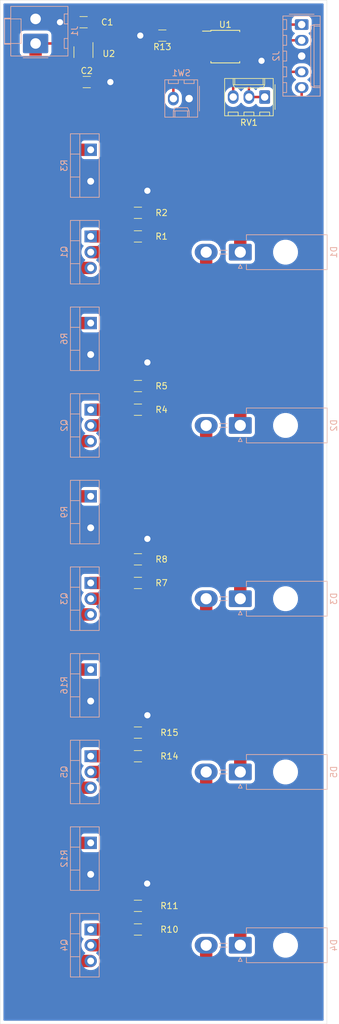
<source format=kicad_pcb>
(kicad_pcb (version 20171130) (host pcbnew 5.1.5-52549c5~86~ubuntu18.04.1)

  (general
    (thickness 1.6)
    (drawings 4)
    (tracks 161)
    (zones 0)
    (modules 34)
    (nets 32)
  )

  (page A4)
  (layers
    (0 F.Cu signal)
    (31 B.Cu signal)
    (32 B.Adhes user)
    (33 F.Adhes user)
    (34 B.Paste user)
    (35 F.Paste user)
    (36 B.SilkS user)
    (37 F.SilkS user)
    (38 B.Mask user)
    (39 F.Mask user)
    (40 Dwgs.User user)
    (41 Cmts.User user)
    (42 Eco1.User user)
    (43 Eco2.User user)
    (44 Edge.Cuts user)
    (45 Margin user)
    (46 B.CrtYd user)
    (47 F.CrtYd user)
    (48 B.Fab user hide)
    (49 F.Fab user hide)
  )

  (setup
    (last_trace_width 0.25)
    (user_trace_width 0.4)
    (user_trace_width 0.5)
    (user_trace_width 1)
    (user_trace_width 2)
    (user_trace_width 3)
    (trace_clearance 0.2)
    (zone_clearance 0.508)
    (zone_45_only no)
    (trace_min 0.2)
    (via_size 0.8)
    (via_drill 0.4)
    (via_min_size 0.4)
    (via_min_drill 0.3)
    (user_via 2 1)
    (uvia_size 0.3)
    (uvia_drill 0.1)
    (uvias_allowed no)
    (uvia_min_size 0.2)
    (uvia_min_drill 0.1)
    (edge_width 0.05)
    (segment_width 0.2)
    (pcb_text_width 0.3)
    (pcb_text_size 1.5 1.5)
    (mod_edge_width 0.12)
    (mod_text_size 1 1)
    (mod_text_width 0.15)
    (pad_size 1.524 1.524)
    (pad_drill 0.762)
    (pad_to_mask_clearance 0.051)
    (solder_mask_min_width 0.25)
    (aux_axis_origin 0 0)
    (visible_elements FFFFFF7F)
    (pcbplotparams
      (layerselection 0x010fc_ffffffff)
      (usegerberextensions false)
      (usegerberattributes false)
      (usegerberadvancedattributes false)
      (creategerberjobfile false)
      (excludeedgelayer true)
      (linewidth 0.100000)
      (plotframeref false)
      (viasonmask false)
      (mode 1)
      (useauxorigin false)
      (hpglpennumber 1)
      (hpglpenspeed 20)
      (hpglpendiameter 15.000000)
      (psnegative false)
      (psa4output false)
      (plotreference true)
      (plotvalue true)
      (plotinvisibletext false)
      (padsonsilk false)
      (subtractmaskfromsilk false)
      (outputformat 1)
      (mirror false)
      (drillshape 1)
      (scaleselection 1)
      (outputdirectory ""))
  )

  (net 0 "")
  (net 1 GNDS)
  (net 2 "Net-(C2-Pad1)")
  (net 3 +5V)
  (net 4 "Net-(D1-Pad1)")
  (net 5 "Net-(D2-Pad1)")
  (net 6 "Net-(D3-Pad1)")
  (net 7 "Net-(D4-Pad1)")
  (net 8 "Net-(Q1-Pad3)")
  (net 9 "Net-(Q1-Pad1)")
  (net 10 "Net-(Q2-Pad3)")
  (net 11 "Net-(Q2-Pad1)")
  (net 12 "Net-(Q3-Pad3)")
  (net 13 "Net-(Q3-Pad1)")
  (net 14 "Net-(Q4-Pad3)")
  (net 15 "Net-(Q4-Pad1)")
  (net 16 /LED_CTRL)
  (net 17 "Net-(U1-Pad12)")
  (net 18 "Net-(U1-Pad11)")
  (net 19 "Net-(U1-Pad3)")
  (net 20 "Net-(U1-Pad2)")
  (net 21 "Net-(R13-Pad1)")
  (net 22 "Net-(D5-Pad1)")
  (net 23 "Net-(Q5-Pad3)")
  (net 24 "Net-(Q5-Pad1)")
  (net 25 /UV_LED_CTRL)
  (net 26 /LED_Controller/NRST)
  (net 27 /LED_Controller/SWDIO)
  (net 28 /LED_Controller/SWCLK)
  (net 29 /LED_Controller/3V3)
  (net 30 /LED_Controller/LED_ADC)
  (net 31 /LED_Controller/LID_SW)

  (net_class Default "This is the default net class."
    (clearance 0.2)
    (trace_width 0.25)
    (via_dia 0.8)
    (via_drill 0.4)
    (uvia_dia 0.3)
    (uvia_drill 0.1)
    (add_net +5V)
    (add_net /LED_CTRL)
    (add_net /LED_Controller/3V3)
    (add_net /LED_Controller/LED_ADC)
    (add_net /LED_Controller/LID_SW)
    (add_net /LED_Controller/NRST)
    (add_net /LED_Controller/SWCLK)
    (add_net /LED_Controller/SWDIO)
    (add_net /UV_LED_CTRL)
    (add_net GNDS)
    (add_net "Net-(C2-Pad1)")
    (add_net "Net-(D1-Pad1)")
    (add_net "Net-(D2-Pad1)")
    (add_net "Net-(D3-Pad1)")
    (add_net "Net-(D4-Pad1)")
    (add_net "Net-(D5-Pad1)")
    (add_net "Net-(Q1-Pad1)")
    (add_net "Net-(Q1-Pad3)")
    (add_net "Net-(Q2-Pad1)")
    (add_net "Net-(Q2-Pad3)")
    (add_net "Net-(Q3-Pad1)")
    (add_net "Net-(Q3-Pad3)")
    (add_net "Net-(Q4-Pad1)")
    (add_net "Net-(Q4-Pad3)")
    (add_net "Net-(Q5-Pad1)")
    (add_net "Net-(Q5-Pad3)")
    (add_net "Net-(R13-Pad1)")
    (add_net "Net-(U1-Pad11)")
    (add_net "Net-(U1-Pad12)")
    (add_net "Net-(U1-Pad2)")
    (add_net "Net-(U1-Pad3)")
  )

  (module Package_SO:TSSOP-14_4.4x5mm_P0.65mm (layer F.Cu) (tedit 5A02F25C) (tstamp 5E968821)
    (at 76.327 25.273)
    (descr "14-Lead Plastic Thin Shrink Small Outline (ST)-4.4 mm Body [TSSOP] (see Microchip Packaging Specification 00000049BS.pdf)")
    (tags "SSOP 0.65")
    (path /5EA5C4DC/5EA63B4E)
    (attr smd)
    (fp_text reference U1 (at 0 -3.55) (layer F.SilkS)
      (effects (font (size 1 1) (thickness 0.15)))
    )
    (fp_text value STM32L011D4Px (at 0 3.55) (layer F.Fab)
      (effects (font (size 1 1) (thickness 0.15)))
    )
    (fp_text user %R (at 0 0) (layer F.Fab)
      (effects (font (size 0.8 0.8) (thickness 0.15)))
    )
    (fp_line (start -2.325 -2.5) (end -3.675 -2.5) (layer F.SilkS) (width 0.15))
    (fp_line (start -2.325 2.625) (end 2.325 2.625) (layer F.SilkS) (width 0.15))
    (fp_line (start -2.325 -2.625) (end 2.325 -2.625) (layer F.SilkS) (width 0.15))
    (fp_line (start -2.325 2.625) (end -2.325 2.4) (layer F.SilkS) (width 0.15))
    (fp_line (start 2.325 2.625) (end 2.325 2.4) (layer F.SilkS) (width 0.15))
    (fp_line (start 2.325 -2.625) (end 2.325 -2.4) (layer F.SilkS) (width 0.15))
    (fp_line (start -2.325 -2.625) (end -2.325 -2.5) (layer F.SilkS) (width 0.15))
    (fp_line (start -3.95 2.8) (end 3.95 2.8) (layer F.CrtYd) (width 0.05))
    (fp_line (start -3.95 -2.8) (end 3.95 -2.8) (layer F.CrtYd) (width 0.05))
    (fp_line (start 3.95 -2.8) (end 3.95 2.8) (layer F.CrtYd) (width 0.05))
    (fp_line (start -3.95 -2.8) (end -3.95 2.8) (layer F.CrtYd) (width 0.05))
    (fp_line (start -2.2 -1.5) (end -1.2 -2.5) (layer F.Fab) (width 0.15))
    (fp_line (start -2.2 2.5) (end -2.2 -1.5) (layer F.Fab) (width 0.15))
    (fp_line (start 2.2 2.5) (end -2.2 2.5) (layer F.Fab) (width 0.15))
    (fp_line (start 2.2 -2.5) (end 2.2 2.5) (layer F.Fab) (width 0.15))
    (fp_line (start -1.2 -2.5) (end 2.2 -2.5) (layer F.Fab) (width 0.15))
    (pad 14 smd rect (at 2.95 -1.95) (size 1.45 0.45) (layers F.Cu F.Paste F.Mask)
      (net 28 /LED_Controller/SWCLK))
    (pad 13 smd rect (at 2.95 -1.3) (size 1.45 0.45) (layers F.Cu F.Paste F.Mask)
      (net 27 /LED_Controller/SWDIO))
    (pad 12 smd rect (at 2.95 -0.65) (size 1.45 0.45) (layers F.Cu F.Paste F.Mask)
      (net 17 "Net-(U1-Pad12)"))
    (pad 11 smd rect (at 2.95 0) (size 1.45 0.45) (layers F.Cu F.Paste F.Mask)
      (net 18 "Net-(U1-Pad11)"))
    (pad 10 smd rect (at 2.95 0.65) (size 1.45 0.45) (layers F.Cu F.Paste F.Mask)
      (net 29 /LED_Controller/3V3))
    (pad 9 smd rect (at 2.95 1.3) (size 1.45 0.45) (layers F.Cu F.Paste F.Mask)
      (net 1 GNDS))
    (pad 8 smd rect (at 2.95 1.95) (size 1.45 0.45) (layers F.Cu F.Paste F.Mask)
      (net 30 /LED_Controller/LED_ADC))
    (pad 7 smd rect (at -2.95 1.95) (size 1.45 0.45) (layers F.Cu F.Paste F.Mask)
      (net 31 /LED_Controller/LID_SW))
    (pad 6 smd rect (at -2.95 1.3) (size 1.45 0.45) (layers F.Cu F.Paste F.Mask)
      (net 16 /LED_CTRL))
    (pad 5 smd rect (at -2.95 0.65) (size 1.45 0.45) (layers F.Cu F.Paste F.Mask)
      (net 25 /UV_LED_CTRL))
    (pad 4 smd rect (at -2.95 0) (size 1.45 0.45) (layers F.Cu F.Paste F.Mask)
      (net 26 /LED_Controller/NRST))
    (pad 3 smd rect (at -2.95 -0.65) (size 1.45 0.45) (layers F.Cu F.Paste F.Mask)
      (net 19 "Net-(U1-Pad3)"))
    (pad 2 smd rect (at -2.95 -1.3) (size 1.45 0.45) (layers F.Cu F.Paste F.Mask)
      (net 20 "Net-(U1-Pad2)"))
    (pad 1 smd rect (at -2.95 -1.95) (size 1.45 0.45) (layers F.Cu F.Paste F.Mask)
      (net 21 "Net-(R13-Pad1)"))
    (model ${KISYS3DMOD}/Package_SO.3dshapes/TSSOP-14_4.4x5mm_P0.65mm.wrl
      (at (xyz 0 0 0))
      (scale (xyz 1 1 1))
      (rotate (xyz 0 0 0))
    )
  )

  (module Connector_Molex:Molex_KK-254_AE-6410-03A_1x03_P2.54mm_Vertical (layer F.Cu) (tedit 5B78013E) (tstamp 5E96CE49)
    (at 82.677 33.401 180)
    (descr "Molex KK-254 Interconnect System, old/engineering part number: AE-6410-03A example for new part number: 22-27-2031, 3 Pins (http://www.molex.com/pdm_docs/sd/022272021_sd.pdf), generated with kicad-footprint-generator")
    (tags "connector Molex KK-254 side entry")
    (path /5EA5C4DC/5EA63BE5)
    (fp_text reference RV1 (at 2.54 -4.12) (layer F.SilkS)
      (effects (font (size 1 1) (thickness 0.15)))
    )
    (fp_text value B10K (at 2.54 4.08) (layer F.Fab)
      (effects (font (size 1 1) (thickness 0.15)))
    )
    (fp_text user %R (at 2.54 -2.22) (layer F.Fab)
      (effects (font (size 1 1) (thickness 0.15)))
    )
    (fp_line (start 6.85 -3.42) (end -1.77 -3.42) (layer F.CrtYd) (width 0.05))
    (fp_line (start 6.85 3.38) (end 6.85 -3.42) (layer F.CrtYd) (width 0.05))
    (fp_line (start -1.77 3.38) (end 6.85 3.38) (layer F.CrtYd) (width 0.05))
    (fp_line (start -1.77 -3.42) (end -1.77 3.38) (layer F.CrtYd) (width 0.05))
    (fp_line (start 5.88 -2.43) (end 5.88 -3.03) (layer F.SilkS) (width 0.12))
    (fp_line (start 4.28 -2.43) (end 5.88 -2.43) (layer F.SilkS) (width 0.12))
    (fp_line (start 4.28 -3.03) (end 4.28 -2.43) (layer F.SilkS) (width 0.12))
    (fp_line (start 3.34 -2.43) (end 3.34 -3.03) (layer F.SilkS) (width 0.12))
    (fp_line (start 1.74 -2.43) (end 3.34 -2.43) (layer F.SilkS) (width 0.12))
    (fp_line (start 1.74 -3.03) (end 1.74 -2.43) (layer F.SilkS) (width 0.12))
    (fp_line (start 0.8 -2.43) (end 0.8 -3.03) (layer F.SilkS) (width 0.12))
    (fp_line (start -0.8 -2.43) (end 0.8 -2.43) (layer F.SilkS) (width 0.12))
    (fp_line (start -0.8 -3.03) (end -0.8 -2.43) (layer F.SilkS) (width 0.12))
    (fp_line (start 4.83 2.99) (end 4.83 1.99) (layer F.SilkS) (width 0.12))
    (fp_line (start 0.25 2.99) (end 0.25 1.99) (layer F.SilkS) (width 0.12))
    (fp_line (start 4.83 1.46) (end 5.08 1.99) (layer F.SilkS) (width 0.12))
    (fp_line (start 0.25 1.46) (end 4.83 1.46) (layer F.SilkS) (width 0.12))
    (fp_line (start 0 1.99) (end 0.25 1.46) (layer F.SilkS) (width 0.12))
    (fp_line (start 5.08 1.99) (end 5.08 2.99) (layer F.SilkS) (width 0.12))
    (fp_line (start 0 1.99) (end 5.08 1.99) (layer F.SilkS) (width 0.12))
    (fp_line (start 0 2.99) (end 0 1.99) (layer F.SilkS) (width 0.12))
    (fp_line (start -0.562893 0) (end -1.27 0.5) (layer F.Fab) (width 0.1))
    (fp_line (start -1.27 -0.5) (end -0.562893 0) (layer F.Fab) (width 0.1))
    (fp_line (start -1.67 -2) (end -1.67 2) (layer F.SilkS) (width 0.12))
    (fp_line (start 6.46 -3.03) (end -1.38 -3.03) (layer F.SilkS) (width 0.12))
    (fp_line (start 6.46 2.99) (end 6.46 -3.03) (layer F.SilkS) (width 0.12))
    (fp_line (start -1.38 2.99) (end 6.46 2.99) (layer F.SilkS) (width 0.12))
    (fp_line (start -1.38 -3.03) (end -1.38 2.99) (layer F.SilkS) (width 0.12))
    (fp_line (start 6.35 -2.92) (end -1.27 -2.92) (layer F.Fab) (width 0.1))
    (fp_line (start 6.35 2.88) (end 6.35 -2.92) (layer F.Fab) (width 0.1))
    (fp_line (start -1.27 2.88) (end 6.35 2.88) (layer F.Fab) (width 0.1))
    (fp_line (start -1.27 -2.92) (end -1.27 2.88) (layer F.Fab) (width 0.1))
    (pad 3 thru_hole oval (at 5.08 0 180) (size 1.74 2.2) (drill 1.2) (layers *.Cu *.Mask)
      (net 29 /LED_Controller/3V3))
    (pad 2 thru_hole oval (at 2.54 0 180) (size 1.74 2.2) (drill 1.2) (layers *.Cu *.Mask)
      (net 30 /LED_Controller/LED_ADC))
    (pad 1 thru_hole roundrect (at 0 0 180) (size 1.74 2.2) (drill 1.2) (layers *.Cu *.Mask) (roundrect_rratio 0.143678)
      (net 30 /LED_Controller/LED_ADC))
    (model ${KISYS3DMOD}/Connector_Molex.3dshapes/Molex_KK-254_AE-6410-03A_1x03_P2.54mm_Vertical.wrl
      (at (xyz 0 0 0))
      (scale (xyz 1 1 1))
      (rotate (xyz 0 0 0))
    )
  )

  (module Package_TO_SOT_THT:TO-220-2_Vertical (layer B.Cu) (tedit 5AC8BA0D) (tstamp 5E96CE21)
    (at 54.61 125.73 270)
    (descr "TO-220-2, Vertical, RM 5.08mm, see https://www.centralsemi.com/PDFS/CASE/TO-220-2PD.PDF")
    (tags "TO-220-2 Vertical RM 5.08mm")
    (path /5E9F0C12/5E9F2EE6)
    (fp_text reference R16 (at 2.54 4.27 270) (layer B.SilkS)
      (effects (font (size 1 1) (thickness 0.15)) (justify mirror))
    )
    (fp_text value R100 (at 2.54 -2.5 270) (layer B.Fab)
      (effects (font (size 1 1) (thickness 0.15)) (justify mirror))
    )
    (fp_text user %R (at 2.54 4.27 270) (layer B.Fab)
      (effects (font (size 1 1) (thickness 0.15)) (justify mirror))
    )
    (fp_line (start 7.79 3.4) (end -2.71 3.4) (layer B.CrtYd) (width 0.05))
    (fp_line (start 7.79 -1.51) (end 7.79 3.4) (layer B.CrtYd) (width 0.05))
    (fp_line (start -2.71 -1.51) (end 7.79 -1.51) (layer B.CrtYd) (width 0.05))
    (fp_line (start -2.71 3.4) (end -2.71 -1.51) (layer B.CrtYd) (width 0.05))
    (fp_line (start 4.391 3.27) (end 4.391 1.76) (layer B.SilkS) (width 0.12))
    (fp_line (start 0.69 3.27) (end 0.69 1.76) (layer B.SilkS) (width 0.12))
    (fp_line (start -2.58 1.76) (end 7.66 1.76) (layer B.SilkS) (width 0.12))
    (fp_line (start 7.66 3.27) (end 7.66 -1.371) (layer B.SilkS) (width 0.12))
    (fp_line (start -2.58 3.27) (end -2.58 -1.371) (layer B.SilkS) (width 0.12))
    (fp_line (start -2.58 -1.371) (end 7.66 -1.371) (layer B.SilkS) (width 0.12))
    (fp_line (start -2.58 3.27) (end 7.66 3.27) (layer B.SilkS) (width 0.12))
    (fp_line (start 4.39 3.15) (end 4.39 1.88) (layer B.Fab) (width 0.1))
    (fp_line (start 0.69 3.15) (end 0.69 1.88) (layer B.Fab) (width 0.1))
    (fp_line (start -2.46 1.88) (end 7.54 1.88) (layer B.Fab) (width 0.1))
    (fp_line (start 7.54 3.15) (end -2.46 3.15) (layer B.Fab) (width 0.1))
    (fp_line (start 7.54 -1.25) (end 7.54 3.15) (layer B.Fab) (width 0.1))
    (fp_line (start -2.46 -1.25) (end 7.54 -1.25) (layer B.Fab) (width 0.1))
    (fp_line (start -2.46 3.15) (end -2.46 -1.25) (layer B.Fab) (width 0.1))
    (pad 2 thru_hole oval (at 5.08 0 270) (size 2 2) (drill 1.1) (layers *.Cu *.Mask)
      (net 1 GNDS))
    (pad 1 thru_hole rect (at 0 0 270) (size 2 2) (drill 1.1) (layers *.Cu *.Mask)
      (net 23 "Net-(Q5-Pad3)"))
    (model ${KISYS3DMOD}/Package_TO_SOT_THT.3dshapes/TO-220-2_Vertical.wrl
      (at (xyz 0 0 0))
      (scale (xyz 1 1 1))
      (rotate (xyz 0 0 0))
    )
  )

  (module Resistor_SMD:R_1206_3216Metric_Pad1.42x1.75mm_HandSolder (layer F.Cu) (tedit 5B301BBD) (tstamp 5E96CE08)
    (at 62.23 135.89 180)
    (descr "Resistor SMD 1206 (3216 Metric), square (rectangular) end terminal, IPC_7351 nominal with elongated pad for handsoldering. (Body size source: http://www.tortai-tech.com/upload/download/2011102023233369053.pdf), generated with kicad-footprint-generator")
    (tags "resistor handsolder")
    (path /5E9F0C12/5E9F2EED)
    (attr smd)
    (fp_text reference R15 (at -5.08 0) (layer F.SilkS)
      (effects (font (size 1 1) (thickness 0.15)))
    )
    (fp_text value 10K (at 0 1.82) (layer F.Fab)
      (effects (font (size 1 1) (thickness 0.15)))
    )
    (fp_text user %R (at 0 0) (layer F.Fab)
      (effects (font (size 0.8 0.8) (thickness 0.12)))
    )
    (fp_line (start 2.45 1.12) (end -2.45 1.12) (layer F.CrtYd) (width 0.05))
    (fp_line (start 2.45 -1.12) (end 2.45 1.12) (layer F.CrtYd) (width 0.05))
    (fp_line (start -2.45 -1.12) (end 2.45 -1.12) (layer F.CrtYd) (width 0.05))
    (fp_line (start -2.45 1.12) (end -2.45 -1.12) (layer F.CrtYd) (width 0.05))
    (fp_line (start -0.602064 0.91) (end 0.602064 0.91) (layer F.SilkS) (width 0.12))
    (fp_line (start -0.602064 -0.91) (end 0.602064 -0.91) (layer F.SilkS) (width 0.12))
    (fp_line (start 1.6 0.8) (end -1.6 0.8) (layer F.Fab) (width 0.1))
    (fp_line (start 1.6 -0.8) (end 1.6 0.8) (layer F.Fab) (width 0.1))
    (fp_line (start -1.6 -0.8) (end 1.6 -0.8) (layer F.Fab) (width 0.1))
    (fp_line (start -1.6 0.8) (end -1.6 -0.8) (layer F.Fab) (width 0.1))
    (pad 2 smd roundrect (at 1.4875 0 180) (size 1.425 1.75) (layers F.Cu F.Paste F.Mask) (roundrect_rratio 0.175439)
      (net 24 "Net-(Q5-Pad1)"))
    (pad 1 smd roundrect (at -1.4875 0 180) (size 1.425 1.75) (layers F.Cu F.Paste F.Mask) (roundrect_rratio 0.175439)
      (net 1 GNDS))
    (model ${KISYS3DMOD}/Resistor_SMD.3dshapes/R_1206_3216Metric.wrl
      (at (xyz 0 0 0))
      (scale (xyz 1 1 1))
      (rotate (xyz 0 0 0))
    )
  )

  (module Resistor_SMD:R_1206_3216Metric_Pad1.42x1.75mm_HandSolder (layer F.Cu) (tedit 5B301BBD) (tstamp 5E96CDF7)
    (at 62.23 139.7)
    (descr "Resistor SMD 1206 (3216 Metric), square (rectangular) end terminal, IPC_7351 nominal with elongated pad for handsoldering. (Body size source: http://www.tortai-tech.com/upload/download/2011102023233369053.pdf), generated with kicad-footprint-generator")
    (tags "resistor handsolder")
    (path /5E9F0C12/5E9F2ED3)
    (attr smd)
    (fp_text reference R14 (at 5.08 0) (layer F.SilkS)
      (effects (font (size 1 1) (thickness 0.15)))
    )
    (fp_text value 100R (at 0 1.82) (layer F.Fab)
      (effects (font (size 1 1) (thickness 0.15)))
    )
    (fp_text user %R (at 0 0) (layer F.Fab)
      (effects (font (size 0.8 0.8) (thickness 0.12)))
    )
    (fp_line (start 2.45 1.12) (end -2.45 1.12) (layer F.CrtYd) (width 0.05))
    (fp_line (start 2.45 -1.12) (end 2.45 1.12) (layer F.CrtYd) (width 0.05))
    (fp_line (start -2.45 -1.12) (end 2.45 -1.12) (layer F.CrtYd) (width 0.05))
    (fp_line (start -2.45 1.12) (end -2.45 -1.12) (layer F.CrtYd) (width 0.05))
    (fp_line (start -0.602064 0.91) (end 0.602064 0.91) (layer F.SilkS) (width 0.12))
    (fp_line (start -0.602064 -0.91) (end 0.602064 -0.91) (layer F.SilkS) (width 0.12))
    (fp_line (start 1.6 0.8) (end -1.6 0.8) (layer F.Fab) (width 0.1))
    (fp_line (start 1.6 -0.8) (end 1.6 0.8) (layer F.Fab) (width 0.1))
    (fp_line (start -1.6 -0.8) (end 1.6 -0.8) (layer F.Fab) (width 0.1))
    (fp_line (start -1.6 0.8) (end -1.6 -0.8) (layer F.Fab) (width 0.1))
    (pad 2 smd roundrect (at 1.4875 0) (size 1.425 1.75) (layers F.Cu F.Paste F.Mask) (roundrect_rratio 0.175439)
      (net 25 /UV_LED_CTRL))
    (pad 1 smd roundrect (at -1.4875 0) (size 1.425 1.75) (layers F.Cu F.Paste F.Mask) (roundrect_rratio 0.175439)
      (net 24 "Net-(Q5-Pad1)"))
    (model ${KISYS3DMOD}/Resistor_SMD.3dshapes/R_1206_3216Metric.wrl
      (at (xyz 0 0 0))
      (scale (xyz 1 1 1))
      (rotate (xyz 0 0 0))
    )
  )

  (module Package_TO_SOT_THT:TO-220-3_Vertical (layer B.Cu) (tedit 5AC8BA0D) (tstamp 5E96CC06)
    (at 54.61 139.7 270)
    (descr "TO-220-3, Vertical, RM 2.54mm, see https://www.vishay.com/docs/66542/to-220-1.pdf")
    (tags "TO-220-3 Vertical RM 2.54mm")
    (path /5E9F0C12/5E9F2ECC)
    (fp_text reference Q5 (at 2.54 4.27 270) (layer B.SilkS)
      (effects (font (size 1 1) (thickness 0.15)) (justify mirror))
    )
    (fp_text value IPP80N03S4L-03 (at 2.54 -2.5 270) (layer B.Fab)
      (effects (font (size 1 1) (thickness 0.15)) (justify mirror))
    )
    (fp_text user %R (at 2.54 4.27 270) (layer B.Fab)
      (effects (font (size 1 1) (thickness 0.15)) (justify mirror))
    )
    (fp_line (start 7.79 3.4) (end -2.71 3.4) (layer B.CrtYd) (width 0.05))
    (fp_line (start 7.79 -1.51) (end 7.79 3.4) (layer B.CrtYd) (width 0.05))
    (fp_line (start -2.71 -1.51) (end 7.79 -1.51) (layer B.CrtYd) (width 0.05))
    (fp_line (start -2.71 3.4) (end -2.71 -1.51) (layer B.CrtYd) (width 0.05))
    (fp_line (start 4.391 3.27) (end 4.391 1.76) (layer B.SilkS) (width 0.12))
    (fp_line (start 0.69 3.27) (end 0.69 1.76) (layer B.SilkS) (width 0.12))
    (fp_line (start -2.58 1.76) (end 7.66 1.76) (layer B.SilkS) (width 0.12))
    (fp_line (start 7.66 3.27) (end 7.66 -1.371) (layer B.SilkS) (width 0.12))
    (fp_line (start -2.58 3.27) (end -2.58 -1.371) (layer B.SilkS) (width 0.12))
    (fp_line (start -2.58 -1.371) (end 7.66 -1.371) (layer B.SilkS) (width 0.12))
    (fp_line (start -2.58 3.27) (end 7.66 3.27) (layer B.SilkS) (width 0.12))
    (fp_line (start 4.39 3.15) (end 4.39 1.88) (layer B.Fab) (width 0.1))
    (fp_line (start 0.69 3.15) (end 0.69 1.88) (layer B.Fab) (width 0.1))
    (fp_line (start -2.46 1.88) (end 7.54 1.88) (layer B.Fab) (width 0.1))
    (fp_line (start 7.54 3.15) (end -2.46 3.15) (layer B.Fab) (width 0.1))
    (fp_line (start 7.54 -1.25) (end 7.54 3.15) (layer B.Fab) (width 0.1))
    (fp_line (start -2.46 -1.25) (end 7.54 -1.25) (layer B.Fab) (width 0.1))
    (fp_line (start -2.46 3.15) (end -2.46 -1.25) (layer B.Fab) (width 0.1))
    (pad 3 thru_hole oval (at 5.08 0 270) (size 1.905 2) (drill 1.1) (layers *.Cu *.Mask)
      (net 23 "Net-(Q5-Pad3)"))
    (pad 2 thru_hole oval (at 2.54 0 270) (size 1.905 2) (drill 1.1) (layers *.Cu *.Mask)
      (net 22 "Net-(D5-Pad1)"))
    (pad 1 thru_hole rect (at 0 0 270) (size 1.905 2) (drill 1.1) (layers *.Cu *.Mask)
      (net 24 "Net-(Q5-Pad1)"))
    (model ${KISYS3DMOD}/Package_TO_SOT_THT.3dshapes/TO-220-3_Vertical.wrl
      (at (xyz 0 0 0))
      (scale (xyz 1 1 1))
      (rotate (xyz 0 0 0))
    )
  )

  (module Connector_Molex:Molex_Mini-Fit_Jr_5569-02A2_2x01_P4.20mm_Horizontal (layer B.Cu) (tedit 5B7818E8) (tstamp 5E96CA74)
    (at 78.74 142.24 90)
    (descr "Molex Mini-Fit Jr. Power Connectors, old mpn/engineering number: 5569-02A2, example for new mpn: 39-30-0020, 1 Pins per row, Mounting: Snap-in Plastic Peg PCB Lock (http://www.molex.com/pdm_docs/sd/039300020_sd.pdf), generated with kicad-footprint-generator")
    (tags "connector Molex Mini-Fit_Jr top entryplastic_peg")
    (path /5E9F0C12/5EA04E74)
    (fp_text reference D5 (at 0 15.1 -90) (layer B.SilkS)
      (effects (font (size 1 1) (thickness 0.15)) (justify mirror))
    )
    (fp_text value LED_Connector (at 0 -8.55 -90) (layer B.Fab)
      (effects (font (size 1 1) (thickness 0.15)) (justify mirror))
    )
    (fp_text user %R (at 0 13.2 -90) (layer B.Fab)
      (effects (font (size 1 1) (thickness 0.15)) (justify mirror))
    )
    (fp_line (start 3.2 14.4) (end -3.2 14.4) (layer B.CrtYd) (width 0.05))
    (fp_line (start 3.2 -7.85) (end 3.2 14.4) (layer B.CrtYd) (width 0.05))
    (fp_line (start -3.2 -7.85) (end 3.2 -7.85) (layer B.CrtYd) (width 0.05))
    (fp_line (start -3.2 14.4) (end -3.2 -7.85) (layer B.CrtYd) (width 0.05))
    (fp_line (start 0 2.514214) (end 1 1.1) (layer B.Fab) (width 0.1))
    (fp_line (start -1 1.1) (end 0 2.514214) (layer B.Fab) (width 0.1))
    (fp_line (start -2.6 0.3) (end -2 0) (layer B.SilkS) (width 0.12))
    (fp_line (start -2.6 -0.3) (end -2.6 0.3) (layer B.SilkS) (width 0.12))
    (fp_line (start -2 0) (end -2.6 -0.3) (layer B.SilkS) (width 0.12))
    (fp_line (start 0.3 -2.11) (end 0.3 -3.39) (layer B.SilkS) (width 0.12))
    (fp_line (start -0.3 -2.11) (end -0.3 -3.39) (layer B.SilkS) (width 0.12))
    (fp_line (start 2.81 14.01) (end 0 14.01) (layer B.SilkS) (width 0.12))
    (fp_line (start 2.81 0.99) (end 2.81 14.01) (layer B.SilkS) (width 0.12))
    (fp_line (start 2 0.99) (end 2.81 0.99) (layer B.SilkS) (width 0.12))
    (fp_line (start -2.81 14.01) (end 0 14.01) (layer B.SilkS) (width 0.12))
    (fp_line (start -2.81 0.99) (end -2.81 14.01) (layer B.SilkS) (width 0.12))
    (fp_line (start -2 0.99) (end -2.81 0.99) (layer B.SilkS) (width 0.12))
    (fp_line (start 2.7 13.9) (end -2.7 13.9) (layer B.Fab) (width 0.1))
    (fp_line (start 2.7 1.1) (end 2.7 13.9) (layer B.Fab) (width 0.1))
    (fp_line (start -2.7 1.1) (end 2.7 1.1) (layer B.Fab) (width 0.1))
    (fp_line (start -2.7 13.9) (end -2.7 1.1) (layer B.Fab) (width 0.1))
    (pad "" np_thru_hole circle (at 0 7.3 90) (size 3 3) (drill 3) (layers *.Cu *.Mask))
    (pad 2 thru_hole oval (at 0 -5.5 90) (size 2.7 3.7) (drill 1.8) (layers *.Cu *.Mask)
      (net 3 +5V))
    (pad 1 thru_hole roundrect (at 0 0 90) (size 2.7 3.7) (drill 1.8) (layers *.Cu *.Mask) (roundrect_rratio 0.09259299999999999)
      (net 22 "Net-(D5-Pad1)"))
    (model ${KISYS3DMOD}/Connector_Molex.3dshapes/Molex_Mini-Fit_Jr_5569-02A2_2x01_P4.20mm_Horizontal.wrl
      (at (xyz 0 0 0))
      (scale (xyz 1 1 1))
      (rotate (xyz 0 0 0))
    )
  )

  (module Resistor_SMD:R_1206_3216Metric_Pad1.42x1.75mm_HandSolder (layer F.Cu) (tedit 5B301BBD) (tstamp 5E96CF5C)
    (at 66.167 23.495 180)
    (descr "Resistor SMD 1206 (3216 Metric), square (rectangular) end terminal, IPC_7351 nominal with elongated pad for handsoldering. (Body size source: http://www.tortai-tech.com/upload/download/2011102023233369053.pdf), generated with kicad-footprint-generator")
    (tags "resistor handsolder")
    (path /5EA5C4DC/5EA63BD8)
    (attr smd)
    (fp_text reference R13 (at 0 -1.82) (layer F.SilkS)
      (effects (font (size 1 1) (thickness 0.15)))
    )
    (fp_text value 10K (at 0 1.82) (layer F.Fab)
      (effects (font (size 1 1) (thickness 0.15)))
    )
    (fp_text user %R (at 0 0) (layer F.Fab)
      (effects (font (size 0.8 0.8) (thickness 0.12)))
    )
    (fp_line (start 2.45 1.12) (end -2.45 1.12) (layer F.CrtYd) (width 0.05))
    (fp_line (start 2.45 -1.12) (end 2.45 1.12) (layer F.CrtYd) (width 0.05))
    (fp_line (start -2.45 -1.12) (end 2.45 -1.12) (layer F.CrtYd) (width 0.05))
    (fp_line (start -2.45 1.12) (end -2.45 -1.12) (layer F.CrtYd) (width 0.05))
    (fp_line (start -0.602064 0.91) (end 0.602064 0.91) (layer F.SilkS) (width 0.12))
    (fp_line (start -0.602064 -0.91) (end 0.602064 -0.91) (layer F.SilkS) (width 0.12))
    (fp_line (start 1.6 0.8) (end -1.6 0.8) (layer F.Fab) (width 0.1))
    (fp_line (start 1.6 -0.8) (end 1.6 0.8) (layer F.Fab) (width 0.1))
    (fp_line (start -1.6 -0.8) (end 1.6 -0.8) (layer F.Fab) (width 0.1))
    (fp_line (start -1.6 0.8) (end -1.6 -0.8) (layer F.Fab) (width 0.1))
    (pad 2 smd roundrect (at 1.4875 0 180) (size 1.425 1.75) (layers F.Cu F.Paste F.Mask) (roundrect_rratio 0.175439)
      (net 1 GNDS))
    (pad 1 smd roundrect (at -1.4875 0 180) (size 1.425 1.75) (layers F.Cu F.Paste F.Mask) (roundrect_rratio 0.175439)
      (net 21 "Net-(R13-Pad1)"))
    (model ${KISYS3DMOD}/Resistor_SMD.3dshapes/R_1206_3216Metric.wrl
      (at (xyz 0 0 0))
      (scale (xyz 1 1 1))
      (rotate (xyz 0 0 0))
    )
  )

  (module Connector_Molex:Molex_KK-396_A-41791-0002_1x02_P3.96mm_Vertical (layer B.Cu) (tedit 5DC431B4) (tstamp 5E968656)
    (at 45.72 24.765 90)
    (descr "Molex KK 396 Interconnect System, old/engineering part number: A-41791-0002 example for new part number: 26-60-4020, 2 Pins (https://www.molex.com/pdm_docs/sd/026604020_sd.pdf), generated with kicad-footprint-generator")
    (tags "connector Molex KK-396 vertical")
    (path /5EA5C4DC/5EA63BAE)
    (fp_text reference J1 (at 1.98 6.31 90) (layer B.SilkS)
      (effects (font (size 1 1) (thickness 0.15)) (justify mirror))
    )
    (fp_text value Barrel_Jack (at 1.98 -6.1 90) (layer B.Fab)
      (effects (font (size 1 1) (thickness 0.15)) (justify mirror))
    )
    (fp_text user %R (at 1.98 4.41 90) (layer B.Fab)
      (effects (font (size 1 1) (thickness 0.15)) (justify mirror))
    )
    (fp_line (start 6.37 5.61) (end -2.41 5.61) (layer B.CrtYd) (width 0.05))
    (fp_line (start 6.37 -5.4) (end 6.37 5.61) (layer B.CrtYd) (width 0.05))
    (fp_line (start -2.41 -5.4) (end 6.37 -5.4) (layer B.CrtYd) (width 0.05))
    (fp_line (start -2.41 5.61) (end -2.41 -5.4) (layer B.CrtYd) (width 0.05))
    (fp_line (start 4.76 4.62) (end 4.76 5.22) (layer B.SilkS) (width 0.12))
    (fp_line (start 3.16 4.62) (end 4.76 4.62) (layer B.SilkS) (width 0.12))
    (fp_line (start 3.16 5.22) (end 3.16 4.62) (layer B.SilkS) (width 0.12))
    (fp_line (start 0.8 4.62) (end 0.8 5.22) (layer B.SilkS) (width 0.12))
    (fp_line (start -0.8 4.62) (end 0.8 4.62) (layer B.SilkS) (width 0.12))
    (fp_line (start -0.8 5.22) (end -0.8 4.62) (layer B.SilkS) (width 0.12))
    (fp_line (start 3.96 -2.34) (end 3.96 -4.01) (layer B.SilkS) (width 0.12))
    (fp_line (start 0 -2.34) (end 3.96 -2.34) (layer B.SilkS) (width 0.12))
    (fp_line (start 0 -4.01) (end 0 -2.34) (layer B.SilkS) (width 0.12))
    (fp_line (start 3.96 -4.01) (end 3.96 -5.01) (layer B.SilkS) (width 0.12))
    (fp_line (start 0 -4.01) (end 3.96 -4.01) (layer B.SilkS) (width 0.12))
    (fp_line (start 0 -5.01) (end 0 -4.01) (layer B.SilkS) (width 0.12))
    (fp_line (start -1.202893 0) (end -1.91 -0.5) (layer B.Fab) (width 0.1))
    (fp_line (start -1.91 0.5) (end -1.202893 0) (layer B.Fab) (width 0.1))
    (fp_line (start -2.31 2) (end -2.31 -2) (layer B.SilkS) (width 0.12))
    (fp_line (start -2.02 -4.005) (end -2.02 5.22) (layer B.SilkS) (width 0.12))
    (fp_line (start -0.115 -4.005) (end -2.02 -4.005) (layer B.SilkS) (width 0.12))
    (fp_line (start -0.115 -5.01) (end -0.115 -4.005) (layer B.SilkS) (width 0.12))
    (fp_line (start 4.075 -5.01) (end -0.115 -5.01) (layer B.SilkS) (width 0.12))
    (fp_line (start 4.075 -4.005) (end 4.075 -5.01) (layer B.SilkS) (width 0.12))
    (fp_line (start 5.98 -4.005) (end 4.075 -4.005) (layer B.SilkS) (width 0.12))
    (fp_line (start 5.98 5.22) (end 5.98 -4.005) (layer B.SilkS) (width 0.12))
    (fp_line (start -2.02 5.22) (end 5.98 5.22) (layer B.SilkS) (width 0.12))
    (fp_line (start -1.91 -3.895) (end -1.91 5.11) (layer B.Fab) (width 0.1))
    (fp_line (start -0.005 -3.895) (end -1.91 -3.895) (layer B.Fab) (width 0.1))
    (fp_line (start -0.005 -4.9) (end -0.005 -3.895) (layer B.Fab) (width 0.1))
    (fp_line (start 3.965 -4.9) (end -0.005 -4.9) (layer B.Fab) (width 0.1))
    (fp_line (start 3.965 -3.895) (end 3.965 -4.9) (layer B.Fab) (width 0.1))
    (fp_line (start 5.87 -3.895) (end 3.965 -3.895) (layer B.Fab) (width 0.1))
    (fp_line (start 5.87 5.11) (end 5.87 -3.895) (layer B.Fab) (width 0.1))
    (fp_line (start -1.91 5.11) (end 5.87 5.11) (layer B.Fab) (width 0.1))
    (pad 2 thru_hole oval (at 3.96 0 90) (size 3.16 4.1) (drill 1.7) (layers *.Cu *.Mask)
      (net 1 GNDS))
    (pad 1 thru_hole roundrect (at 0 0 90) (size 3.16 4.1) (drill 1.7) (layers *.Cu *.Mask) (roundrect_rratio 0.079114)
      (net 3 +5V))
    (model ${KISYS3DMOD}/Connector_Molex.3dshapes/Molex_KK-396_A-41791-0002_1x02_P3.96mm_Vertical.wrl
      (at (xyz 0 0 0))
      (scale (xyz 1 1 1))
      (rotate (xyz 0 0 0))
    )
  )

  (module Connector_Molex:Molex_Mini-Fit_Jr_5569-02A2_2x01_P4.20mm_Horizontal (layer B.Cu) (tedit 5B7818E8) (tstamp 5E9685F9)
    (at 78.74 86.36 90)
    (descr "Molex Mini-Fit Jr. Power Connectors, old mpn/engineering number: 5569-02A2, example for new mpn: 39-30-0020, 1 Pins per row, Mounting: Snap-in Plastic Peg PCB Lock (http://www.molex.com/pdm_docs/sd/039300020_sd.pdf), generated with kicad-footprint-generator")
    (tags "connector Molex Mini-Fit_Jr top entryplastic_peg")
    (path /5EA11B52/5EA04E74)
    (fp_text reference D2 (at 0 15.1 -90) (layer B.SilkS)
      (effects (font (size 1 1) (thickness 0.15)) (justify mirror))
    )
    (fp_text value LED_Connector (at 0 -8.55 -90) (layer B.Fab)
      (effects (font (size 1 1) (thickness 0.15)) (justify mirror))
    )
    (fp_text user %R (at 0 13.2 -90) (layer B.Fab)
      (effects (font (size 1 1) (thickness 0.15)) (justify mirror))
    )
    (fp_line (start 3.2 14.4) (end -3.2 14.4) (layer B.CrtYd) (width 0.05))
    (fp_line (start 3.2 -7.85) (end 3.2 14.4) (layer B.CrtYd) (width 0.05))
    (fp_line (start -3.2 -7.85) (end 3.2 -7.85) (layer B.CrtYd) (width 0.05))
    (fp_line (start -3.2 14.4) (end -3.2 -7.85) (layer B.CrtYd) (width 0.05))
    (fp_line (start 0 2.514214) (end 1 1.1) (layer B.Fab) (width 0.1))
    (fp_line (start -1 1.1) (end 0 2.514214) (layer B.Fab) (width 0.1))
    (fp_line (start -2.6 0.3) (end -2 0) (layer B.SilkS) (width 0.12))
    (fp_line (start -2.6 -0.3) (end -2.6 0.3) (layer B.SilkS) (width 0.12))
    (fp_line (start -2 0) (end -2.6 -0.3) (layer B.SilkS) (width 0.12))
    (fp_line (start 0.3 -2.11) (end 0.3 -3.39) (layer B.SilkS) (width 0.12))
    (fp_line (start -0.3 -2.11) (end -0.3 -3.39) (layer B.SilkS) (width 0.12))
    (fp_line (start 2.81 14.01) (end 0 14.01) (layer B.SilkS) (width 0.12))
    (fp_line (start 2.81 0.99) (end 2.81 14.01) (layer B.SilkS) (width 0.12))
    (fp_line (start 2 0.99) (end 2.81 0.99) (layer B.SilkS) (width 0.12))
    (fp_line (start -2.81 14.01) (end 0 14.01) (layer B.SilkS) (width 0.12))
    (fp_line (start -2.81 0.99) (end -2.81 14.01) (layer B.SilkS) (width 0.12))
    (fp_line (start -2 0.99) (end -2.81 0.99) (layer B.SilkS) (width 0.12))
    (fp_line (start 2.7 13.9) (end -2.7 13.9) (layer B.Fab) (width 0.1))
    (fp_line (start 2.7 1.1) (end 2.7 13.9) (layer B.Fab) (width 0.1))
    (fp_line (start -2.7 1.1) (end 2.7 1.1) (layer B.Fab) (width 0.1))
    (fp_line (start -2.7 13.9) (end -2.7 1.1) (layer B.Fab) (width 0.1))
    (pad "" np_thru_hole circle (at 0 7.3 90) (size 3 3) (drill 3) (layers *.Cu *.Mask))
    (pad 2 thru_hole oval (at 0 -5.5 90) (size 2.7 3.7) (drill 1.8) (layers *.Cu *.Mask)
      (net 3 +5V))
    (pad 1 thru_hole roundrect (at 0 0 90) (size 2.7 3.7) (drill 1.8) (layers *.Cu *.Mask) (roundrect_rratio 0.09259299999999999)
      (net 5 "Net-(D2-Pad1)"))
    (model ${KISYS3DMOD}/Connector_Molex.3dshapes/Molex_Mini-Fit_Jr_5569-02A2_2x01_P4.20mm_Horizontal.wrl
      (at (xyz 0 0 0))
      (scale (xyz 1 1 1))
      (rotate (xyz 0 0 0))
    )
  )

  (module Package_TO_SOT_SMD:TSOT-23-5 (layer F.Cu) (tedit 5A02FF57) (tstamp 5E968836)
    (at 53.467 26.162 270)
    (descr "5-pin TSOT23 package, http://cds.linear.com/docs/en/packaging/SOT_5_05-08-1635.pdf")
    (tags TSOT-23-5)
    (path /5EA5C4DC/5EA63B77)
    (attr smd)
    (fp_text reference U2 (at 0.254 -4.064 180) (layer F.SilkS)
      (effects (font (size 1 1) (thickness 0.15)))
    )
    (fp_text value LP3992-33B5F (at 0 2.5 90) (layer F.Fab)
      (effects (font (size 1 1) (thickness 0.15)))
    )
    (fp_line (start 2.17 1.7) (end -2.17 1.7) (layer F.CrtYd) (width 0.05))
    (fp_line (start 2.17 1.7) (end 2.17 -1.7) (layer F.CrtYd) (width 0.05))
    (fp_line (start -2.17 -1.7) (end -2.17 1.7) (layer F.CrtYd) (width 0.05))
    (fp_line (start -2.17 -1.7) (end 2.17 -1.7) (layer F.CrtYd) (width 0.05))
    (fp_line (start 0.88 -1.45) (end 0.88 1.45) (layer F.Fab) (width 0.1))
    (fp_line (start 0.88 1.45) (end -0.88 1.45) (layer F.Fab) (width 0.1))
    (fp_line (start -0.88 -1) (end -0.88 1.45) (layer F.Fab) (width 0.1))
    (fp_line (start 0.88 -1.45) (end -0.43 -1.45) (layer F.Fab) (width 0.1))
    (fp_line (start -0.88 -1) (end -0.43 -1.45) (layer F.Fab) (width 0.1))
    (fp_line (start 0.88 -1.51) (end -1.55 -1.51) (layer F.SilkS) (width 0.12))
    (fp_line (start -0.88 1.56) (end 0.88 1.56) (layer F.SilkS) (width 0.12))
    (fp_text user %R (at 0 0) (layer F.Fab)
      (effects (font (size 0.5 0.5) (thickness 0.075)))
    )
    (pad 5 smd rect (at 1.31 -0.95 270) (size 1.22 0.65) (layers F.Cu F.Paste F.Mask)
      (net 29 /LED_Controller/3V3))
    (pad 4 smd rect (at 1.31 0.95 270) (size 1.22 0.65) (layers F.Cu F.Paste F.Mask)
      (net 2 "Net-(C2-Pad1)"))
    (pad 3 smd rect (at -1.31 0.95 270) (size 1.22 0.65) (layers F.Cu F.Paste F.Mask)
      (net 3 +5V))
    (pad 2 smd rect (at -1.31 0 270) (size 1.22 0.65) (layers F.Cu F.Paste F.Mask)
      (net 1 GNDS))
    (pad 1 smd rect (at -1.31 -0.95 270) (size 1.22 0.65) (layers F.Cu F.Paste F.Mask)
      (net 3 +5V))
    (model ${KISYS3DMOD}/Package_TO_SOT_SMD.3dshapes/TSOT-23-5.wrl
      (at (xyz 0 0 0))
      (scale (xyz 1 1 1))
      (rotate (xyz 0 0 0))
    )
  )

  (module Connector_Molex:Molex_KK-254_AE-6410-02A_1x02_P2.54mm_Vertical (layer B.Cu) (tedit 5B78013E) (tstamp 5E9687FE)
    (at 70.485 33.655 180)
    (descr "Molex KK-254 Interconnect System, old/engineering part number: AE-6410-02A example for new part number: 22-27-2021, 2 Pins (http://www.molex.com/pdm_docs/sd/022272021_sd.pdf), generated with kicad-footprint-generator")
    (tags "connector Molex KK-254 side entry")
    (path /5EA5C4DC/5EA63B65)
    (fp_text reference SW1 (at 1.27 4.12 180) (layer B.SilkS)
      (effects (font (size 1 1) (thickness 0.15)) (justify mirror))
    )
    (fp_text value SW_SPST (at 1.27 -4.08 180) (layer B.Fab)
      (effects (font (size 1 1) (thickness 0.15)) (justify mirror))
    )
    (fp_text user %R (at 1.27 2.22 180) (layer B.Fab)
      (effects (font (size 1 1) (thickness 0.15)) (justify mirror))
    )
    (fp_line (start 4.31 3.42) (end -1.77 3.42) (layer B.CrtYd) (width 0.05))
    (fp_line (start 4.31 -3.38) (end 4.31 3.42) (layer B.CrtYd) (width 0.05))
    (fp_line (start -1.77 -3.38) (end 4.31 -3.38) (layer B.CrtYd) (width 0.05))
    (fp_line (start -1.77 3.42) (end -1.77 -3.38) (layer B.CrtYd) (width 0.05))
    (fp_line (start 3.34 2.43) (end 3.34 3.03) (layer B.SilkS) (width 0.12))
    (fp_line (start 1.74 2.43) (end 3.34 2.43) (layer B.SilkS) (width 0.12))
    (fp_line (start 1.74 3.03) (end 1.74 2.43) (layer B.SilkS) (width 0.12))
    (fp_line (start 0.8 2.43) (end 0.8 3.03) (layer B.SilkS) (width 0.12))
    (fp_line (start -0.8 2.43) (end 0.8 2.43) (layer B.SilkS) (width 0.12))
    (fp_line (start -0.8 3.03) (end -0.8 2.43) (layer B.SilkS) (width 0.12))
    (fp_line (start 2.29 -2.99) (end 2.29 -1.99) (layer B.SilkS) (width 0.12))
    (fp_line (start 0.25 -2.99) (end 0.25 -1.99) (layer B.SilkS) (width 0.12))
    (fp_line (start 2.29 -1.46) (end 2.54 -1.99) (layer B.SilkS) (width 0.12))
    (fp_line (start 0.25 -1.46) (end 2.29 -1.46) (layer B.SilkS) (width 0.12))
    (fp_line (start 0 -1.99) (end 0.25 -1.46) (layer B.SilkS) (width 0.12))
    (fp_line (start 2.54 -1.99) (end 2.54 -2.99) (layer B.SilkS) (width 0.12))
    (fp_line (start 0 -1.99) (end 2.54 -1.99) (layer B.SilkS) (width 0.12))
    (fp_line (start 0 -2.99) (end 0 -1.99) (layer B.SilkS) (width 0.12))
    (fp_line (start -0.562893 0) (end -1.27 -0.5) (layer B.Fab) (width 0.1))
    (fp_line (start -1.27 0.5) (end -0.562893 0) (layer B.Fab) (width 0.1))
    (fp_line (start -1.67 2) (end -1.67 -2) (layer B.SilkS) (width 0.12))
    (fp_line (start 3.92 3.03) (end -1.38 3.03) (layer B.SilkS) (width 0.12))
    (fp_line (start 3.92 -2.99) (end 3.92 3.03) (layer B.SilkS) (width 0.12))
    (fp_line (start -1.38 -2.99) (end 3.92 -2.99) (layer B.SilkS) (width 0.12))
    (fp_line (start -1.38 3.03) (end -1.38 -2.99) (layer B.SilkS) (width 0.12))
    (fp_line (start 3.81 2.92) (end -1.27 2.92) (layer B.Fab) (width 0.1))
    (fp_line (start 3.81 -2.88) (end 3.81 2.92) (layer B.Fab) (width 0.1))
    (fp_line (start -1.27 -2.88) (end 3.81 -2.88) (layer B.Fab) (width 0.1))
    (fp_line (start -1.27 2.92) (end -1.27 -2.88) (layer B.Fab) (width 0.1))
    (pad 2 thru_hole oval (at 2.54 0 180) (size 1.74 2.2) (drill 1.2) (layers *.Cu *.Mask)
      (net 31 /LED_Controller/LID_SW))
    (pad 1 thru_hole roundrect (at 0 0 180) (size 1.74 2.2) (drill 1.2) (layers *.Cu *.Mask) (roundrect_rratio 0.143678)
      (net 1 GNDS))
    (model ${KISYS3DMOD}/Connector_Molex.3dshapes/Molex_KK-254_AE-6410-02A_1x02_P2.54mm_Vertical.wrl
      (at (xyz 0 0 0))
      (scale (xyz 1 1 1))
      (rotate (xyz 0 0 0))
    )
  )

  (module Package_TO_SOT_THT:TO-220-2_Vertical (layer B.Cu) (tedit 5AC8BA0D) (tstamp 5E9687DA)
    (at 54.61 153.67 270)
    (descr "TO-220-2, Vertical, RM 5.08mm, see https://www.centralsemi.com/PDFS/CASE/TO-220-2PD.PDF")
    (tags "TO-220-2 Vertical RM 5.08mm")
    (path /5E985E14/5E9F2EE6)
    (fp_text reference R12 (at 2.54 4.27 270) (layer B.SilkS)
      (effects (font (size 1 1) (thickness 0.15)) (justify mirror))
    )
    (fp_text value R100 (at 2.54 -2.5 270) (layer B.Fab)
      (effects (font (size 1 1) (thickness 0.15)) (justify mirror))
    )
    (fp_text user %R (at 2.54 4.27 270) (layer B.Fab)
      (effects (font (size 1 1) (thickness 0.15)) (justify mirror))
    )
    (fp_line (start 7.79 3.4) (end -2.71 3.4) (layer B.CrtYd) (width 0.05))
    (fp_line (start 7.79 -1.51) (end 7.79 3.4) (layer B.CrtYd) (width 0.05))
    (fp_line (start -2.71 -1.51) (end 7.79 -1.51) (layer B.CrtYd) (width 0.05))
    (fp_line (start -2.71 3.4) (end -2.71 -1.51) (layer B.CrtYd) (width 0.05))
    (fp_line (start 4.391 3.27) (end 4.391 1.76) (layer B.SilkS) (width 0.12))
    (fp_line (start 0.69 3.27) (end 0.69 1.76) (layer B.SilkS) (width 0.12))
    (fp_line (start -2.58 1.76) (end 7.66 1.76) (layer B.SilkS) (width 0.12))
    (fp_line (start 7.66 3.27) (end 7.66 -1.371) (layer B.SilkS) (width 0.12))
    (fp_line (start -2.58 3.27) (end -2.58 -1.371) (layer B.SilkS) (width 0.12))
    (fp_line (start -2.58 -1.371) (end 7.66 -1.371) (layer B.SilkS) (width 0.12))
    (fp_line (start -2.58 3.27) (end 7.66 3.27) (layer B.SilkS) (width 0.12))
    (fp_line (start 4.39 3.15) (end 4.39 1.88) (layer B.Fab) (width 0.1))
    (fp_line (start 0.69 3.15) (end 0.69 1.88) (layer B.Fab) (width 0.1))
    (fp_line (start -2.46 1.88) (end 7.54 1.88) (layer B.Fab) (width 0.1))
    (fp_line (start 7.54 3.15) (end -2.46 3.15) (layer B.Fab) (width 0.1))
    (fp_line (start 7.54 -1.25) (end 7.54 3.15) (layer B.Fab) (width 0.1))
    (fp_line (start -2.46 -1.25) (end 7.54 -1.25) (layer B.Fab) (width 0.1))
    (fp_line (start -2.46 3.15) (end -2.46 -1.25) (layer B.Fab) (width 0.1))
    (pad 2 thru_hole oval (at 5.08 0 270) (size 2 2) (drill 1.1) (layers *.Cu *.Mask)
      (net 1 GNDS))
    (pad 1 thru_hole rect (at 0 0 270) (size 2 2) (drill 1.1) (layers *.Cu *.Mask)
      (net 14 "Net-(Q4-Pad3)"))
    (model ${KISYS3DMOD}/Package_TO_SOT_THT.3dshapes/TO-220-2_Vertical.wrl
      (at (xyz 0 0 0))
      (scale (xyz 1 1 1))
      (rotate (xyz 0 0 0))
    )
  )

  (module Resistor_SMD:R_1206_3216Metric_Pad1.42x1.75mm_HandSolder (layer F.Cu) (tedit 5B301BBD) (tstamp 5E9687C1)
    (at 62.23 163.83 180)
    (descr "Resistor SMD 1206 (3216 Metric), square (rectangular) end terminal, IPC_7351 nominal with elongated pad for handsoldering. (Body size source: http://www.tortai-tech.com/upload/download/2011102023233369053.pdf), generated with kicad-footprint-generator")
    (tags "resistor handsolder")
    (path /5E985E14/5E9F2EED)
    (attr smd)
    (fp_text reference R11 (at -5.08 0) (layer F.SilkS)
      (effects (font (size 1 1) (thickness 0.15)))
    )
    (fp_text value 10K (at 0 1.82) (layer F.Fab)
      (effects (font (size 1 1) (thickness 0.15)))
    )
    (fp_text user %R (at 0 0) (layer F.Fab)
      (effects (font (size 0.8 0.8) (thickness 0.12)))
    )
    (fp_line (start 2.45 1.12) (end -2.45 1.12) (layer F.CrtYd) (width 0.05))
    (fp_line (start 2.45 -1.12) (end 2.45 1.12) (layer F.CrtYd) (width 0.05))
    (fp_line (start -2.45 -1.12) (end 2.45 -1.12) (layer F.CrtYd) (width 0.05))
    (fp_line (start -2.45 1.12) (end -2.45 -1.12) (layer F.CrtYd) (width 0.05))
    (fp_line (start -0.602064 0.91) (end 0.602064 0.91) (layer F.SilkS) (width 0.12))
    (fp_line (start -0.602064 -0.91) (end 0.602064 -0.91) (layer F.SilkS) (width 0.12))
    (fp_line (start 1.6 0.8) (end -1.6 0.8) (layer F.Fab) (width 0.1))
    (fp_line (start 1.6 -0.8) (end 1.6 0.8) (layer F.Fab) (width 0.1))
    (fp_line (start -1.6 -0.8) (end 1.6 -0.8) (layer F.Fab) (width 0.1))
    (fp_line (start -1.6 0.8) (end -1.6 -0.8) (layer F.Fab) (width 0.1))
    (pad 2 smd roundrect (at 1.4875 0 180) (size 1.425 1.75) (layers F.Cu F.Paste F.Mask) (roundrect_rratio 0.175439)
      (net 15 "Net-(Q4-Pad1)"))
    (pad 1 smd roundrect (at -1.4875 0 180) (size 1.425 1.75) (layers F.Cu F.Paste F.Mask) (roundrect_rratio 0.175439)
      (net 1 GNDS))
    (model ${KISYS3DMOD}/Resistor_SMD.3dshapes/R_1206_3216Metric.wrl
      (at (xyz 0 0 0))
      (scale (xyz 1 1 1))
      (rotate (xyz 0 0 0))
    )
  )

  (module Resistor_SMD:R_1206_3216Metric_Pad1.42x1.75mm_HandSolder (layer F.Cu) (tedit 5B301BBD) (tstamp 5E9687B0)
    (at 62.23 167.64)
    (descr "Resistor SMD 1206 (3216 Metric), square (rectangular) end terminal, IPC_7351 nominal with elongated pad for handsoldering. (Body size source: http://www.tortai-tech.com/upload/download/2011102023233369053.pdf), generated with kicad-footprint-generator")
    (tags "resistor handsolder")
    (path /5E985E14/5E9F2ED3)
    (attr smd)
    (fp_text reference R10 (at 5.08 0) (layer F.SilkS)
      (effects (font (size 1 1) (thickness 0.15)))
    )
    (fp_text value 100R (at 0 1.82) (layer F.Fab)
      (effects (font (size 1 1) (thickness 0.15)))
    )
    (fp_text user %R (at 0 0) (layer F.Fab)
      (effects (font (size 0.8 0.8) (thickness 0.12)))
    )
    (fp_line (start 2.45 1.12) (end -2.45 1.12) (layer F.CrtYd) (width 0.05))
    (fp_line (start 2.45 -1.12) (end 2.45 1.12) (layer F.CrtYd) (width 0.05))
    (fp_line (start -2.45 -1.12) (end 2.45 -1.12) (layer F.CrtYd) (width 0.05))
    (fp_line (start -2.45 1.12) (end -2.45 -1.12) (layer F.CrtYd) (width 0.05))
    (fp_line (start -0.602064 0.91) (end 0.602064 0.91) (layer F.SilkS) (width 0.12))
    (fp_line (start -0.602064 -0.91) (end 0.602064 -0.91) (layer F.SilkS) (width 0.12))
    (fp_line (start 1.6 0.8) (end -1.6 0.8) (layer F.Fab) (width 0.1))
    (fp_line (start 1.6 -0.8) (end 1.6 0.8) (layer F.Fab) (width 0.1))
    (fp_line (start -1.6 -0.8) (end 1.6 -0.8) (layer F.Fab) (width 0.1))
    (fp_line (start -1.6 0.8) (end -1.6 -0.8) (layer F.Fab) (width 0.1))
    (pad 2 smd roundrect (at 1.4875 0) (size 1.425 1.75) (layers F.Cu F.Paste F.Mask) (roundrect_rratio 0.175439)
      (net 16 /LED_CTRL))
    (pad 1 smd roundrect (at -1.4875 0) (size 1.425 1.75) (layers F.Cu F.Paste F.Mask) (roundrect_rratio 0.175439)
      (net 15 "Net-(Q4-Pad1)"))
    (model ${KISYS3DMOD}/Resistor_SMD.3dshapes/R_1206_3216Metric.wrl
      (at (xyz 0 0 0))
      (scale (xyz 1 1 1))
      (rotate (xyz 0 0 0))
    )
  )

  (module Package_TO_SOT_THT:TO-220-2_Vertical (layer B.Cu) (tedit 5AC8BA0D) (tstamp 5E96879F)
    (at 54.61 97.79 270)
    (descr "TO-220-2, Vertical, RM 5.08mm, see https://www.centralsemi.com/PDFS/CASE/TO-220-2PD.PDF")
    (tags "TO-220-2 Vertical RM 5.08mm")
    (path /5EA1244D/5E9F2EE6)
    (fp_text reference R9 (at 2.54 4.27 270) (layer B.SilkS)
      (effects (font (size 1 1) (thickness 0.15)) (justify mirror))
    )
    (fp_text value R100 (at 2.54 -2.5 270) (layer B.Fab)
      (effects (font (size 1 1) (thickness 0.15)) (justify mirror))
    )
    (fp_text user %R (at 2.54 4.27 270) (layer B.Fab)
      (effects (font (size 1 1) (thickness 0.15)) (justify mirror))
    )
    (fp_line (start 7.79 3.4) (end -2.71 3.4) (layer B.CrtYd) (width 0.05))
    (fp_line (start 7.79 -1.51) (end 7.79 3.4) (layer B.CrtYd) (width 0.05))
    (fp_line (start -2.71 -1.51) (end 7.79 -1.51) (layer B.CrtYd) (width 0.05))
    (fp_line (start -2.71 3.4) (end -2.71 -1.51) (layer B.CrtYd) (width 0.05))
    (fp_line (start 4.391 3.27) (end 4.391 1.76) (layer B.SilkS) (width 0.12))
    (fp_line (start 0.69 3.27) (end 0.69 1.76) (layer B.SilkS) (width 0.12))
    (fp_line (start -2.58 1.76) (end 7.66 1.76) (layer B.SilkS) (width 0.12))
    (fp_line (start 7.66 3.27) (end 7.66 -1.371) (layer B.SilkS) (width 0.12))
    (fp_line (start -2.58 3.27) (end -2.58 -1.371) (layer B.SilkS) (width 0.12))
    (fp_line (start -2.58 -1.371) (end 7.66 -1.371) (layer B.SilkS) (width 0.12))
    (fp_line (start -2.58 3.27) (end 7.66 3.27) (layer B.SilkS) (width 0.12))
    (fp_line (start 4.39 3.15) (end 4.39 1.88) (layer B.Fab) (width 0.1))
    (fp_line (start 0.69 3.15) (end 0.69 1.88) (layer B.Fab) (width 0.1))
    (fp_line (start -2.46 1.88) (end 7.54 1.88) (layer B.Fab) (width 0.1))
    (fp_line (start 7.54 3.15) (end -2.46 3.15) (layer B.Fab) (width 0.1))
    (fp_line (start 7.54 -1.25) (end 7.54 3.15) (layer B.Fab) (width 0.1))
    (fp_line (start -2.46 -1.25) (end 7.54 -1.25) (layer B.Fab) (width 0.1))
    (fp_line (start -2.46 3.15) (end -2.46 -1.25) (layer B.Fab) (width 0.1))
    (pad 2 thru_hole oval (at 5.08 0 270) (size 2 2) (drill 1.1) (layers *.Cu *.Mask)
      (net 1 GNDS))
    (pad 1 thru_hole rect (at 0 0 270) (size 2 2) (drill 1.1) (layers *.Cu *.Mask)
      (net 12 "Net-(Q3-Pad3)"))
    (model ${KISYS3DMOD}/Package_TO_SOT_THT.3dshapes/TO-220-2_Vertical.wrl
      (at (xyz 0 0 0))
      (scale (xyz 1 1 1))
      (rotate (xyz 0 0 0))
    )
  )

  (module Resistor_SMD:R_1206_3216Metric_Pad1.42x1.75mm_HandSolder (layer F.Cu) (tedit 5B301BBD) (tstamp 5E968786)
    (at 62.23 107.95 180)
    (descr "Resistor SMD 1206 (3216 Metric), square (rectangular) end terminal, IPC_7351 nominal with elongated pad for handsoldering. (Body size source: http://www.tortai-tech.com/upload/download/2011102023233369053.pdf), generated with kicad-footprint-generator")
    (tags "resistor handsolder")
    (path /5EA1244D/5E9F2EED)
    (attr smd)
    (fp_text reference R8 (at -3.81 0) (layer F.SilkS)
      (effects (font (size 1 1) (thickness 0.15)))
    )
    (fp_text value 10K (at 0 1.82) (layer F.Fab)
      (effects (font (size 1 1) (thickness 0.15)))
    )
    (fp_text user %R (at 0 0) (layer F.Fab)
      (effects (font (size 0.8 0.8) (thickness 0.12)))
    )
    (fp_line (start 2.45 1.12) (end -2.45 1.12) (layer F.CrtYd) (width 0.05))
    (fp_line (start 2.45 -1.12) (end 2.45 1.12) (layer F.CrtYd) (width 0.05))
    (fp_line (start -2.45 -1.12) (end 2.45 -1.12) (layer F.CrtYd) (width 0.05))
    (fp_line (start -2.45 1.12) (end -2.45 -1.12) (layer F.CrtYd) (width 0.05))
    (fp_line (start -0.602064 0.91) (end 0.602064 0.91) (layer F.SilkS) (width 0.12))
    (fp_line (start -0.602064 -0.91) (end 0.602064 -0.91) (layer F.SilkS) (width 0.12))
    (fp_line (start 1.6 0.8) (end -1.6 0.8) (layer F.Fab) (width 0.1))
    (fp_line (start 1.6 -0.8) (end 1.6 0.8) (layer F.Fab) (width 0.1))
    (fp_line (start -1.6 -0.8) (end 1.6 -0.8) (layer F.Fab) (width 0.1))
    (fp_line (start -1.6 0.8) (end -1.6 -0.8) (layer F.Fab) (width 0.1))
    (pad 2 smd roundrect (at 1.4875 0 180) (size 1.425 1.75) (layers F.Cu F.Paste F.Mask) (roundrect_rratio 0.175439)
      (net 13 "Net-(Q3-Pad1)"))
    (pad 1 smd roundrect (at -1.4875 0 180) (size 1.425 1.75) (layers F.Cu F.Paste F.Mask) (roundrect_rratio 0.175439)
      (net 1 GNDS))
    (model ${KISYS3DMOD}/Resistor_SMD.3dshapes/R_1206_3216Metric.wrl
      (at (xyz 0 0 0))
      (scale (xyz 1 1 1))
      (rotate (xyz 0 0 0))
    )
  )

  (module Resistor_SMD:R_1206_3216Metric_Pad1.42x1.75mm_HandSolder (layer F.Cu) (tedit 5B301BBD) (tstamp 5E968775)
    (at 62.23 111.76)
    (descr "Resistor SMD 1206 (3216 Metric), square (rectangular) end terminal, IPC_7351 nominal with elongated pad for handsoldering. (Body size source: http://www.tortai-tech.com/upload/download/2011102023233369053.pdf), generated with kicad-footprint-generator")
    (tags "resistor handsolder")
    (path /5EA1244D/5E9F2ED3)
    (attr smd)
    (fp_text reference R7 (at 3.81 0) (layer F.SilkS)
      (effects (font (size 1 1) (thickness 0.15)))
    )
    (fp_text value 100R (at 0 1.82) (layer F.Fab)
      (effects (font (size 1 1) (thickness 0.15)))
    )
    (fp_text user %R (at 0 0) (layer F.Fab)
      (effects (font (size 0.8 0.8) (thickness 0.12)))
    )
    (fp_line (start 2.45 1.12) (end -2.45 1.12) (layer F.CrtYd) (width 0.05))
    (fp_line (start 2.45 -1.12) (end 2.45 1.12) (layer F.CrtYd) (width 0.05))
    (fp_line (start -2.45 -1.12) (end 2.45 -1.12) (layer F.CrtYd) (width 0.05))
    (fp_line (start -2.45 1.12) (end -2.45 -1.12) (layer F.CrtYd) (width 0.05))
    (fp_line (start -0.602064 0.91) (end 0.602064 0.91) (layer F.SilkS) (width 0.12))
    (fp_line (start -0.602064 -0.91) (end 0.602064 -0.91) (layer F.SilkS) (width 0.12))
    (fp_line (start 1.6 0.8) (end -1.6 0.8) (layer F.Fab) (width 0.1))
    (fp_line (start 1.6 -0.8) (end 1.6 0.8) (layer F.Fab) (width 0.1))
    (fp_line (start -1.6 -0.8) (end 1.6 -0.8) (layer F.Fab) (width 0.1))
    (fp_line (start -1.6 0.8) (end -1.6 -0.8) (layer F.Fab) (width 0.1))
    (pad 2 smd roundrect (at 1.4875 0) (size 1.425 1.75) (layers F.Cu F.Paste F.Mask) (roundrect_rratio 0.175439)
      (net 25 /UV_LED_CTRL))
    (pad 1 smd roundrect (at -1.4875 0) (size 1.425 1.75) (layers F.Cu F.Paste F.Mask) (roundrect_rratio 0.175439)
      (net 13 "Net-(Q3-Pad1)"))
    (model ${KISYS3DMOD}/Resistor_SMD.3dshapes/R_1206_3216Metric.wrl
      (at (xyz 0 0 0))
      (scale (xyz 1 1 1))
      (rotate (xyz 0 0 0))
    )
  )

  (module Package_TO_SOT_THT:TO-220-2_Vertical (layer B.Cu) (tedit 5AC8BA0D) (tstamp 5E968764)
    (at 54.61 69.85 270)
    (descr "TO-220-2, Vertical, RM 5.08mm, see https://www.centralsemi.com/PDFS/CASE/TO-220-2PD.PDF")
    (tags "TO-220-2 Vertical RM 5.08mm")
    (path /5EA11B52/5E9F2EE6)
    (fp_text reference R6 (at 2.54 4.27 270) (layer B.SilkS)
      (effects (font (size 1 1) (thickness 0.15)) (justify mirror))
    )
    (fp_text value R100 (at 2.54 -2.5 270) (layer B.Fab)
      (effects (font (size 1 1) (thickness 0.15)) (justify mirror))
    )
    (fp_text user %R (at 2.54 4.27 270) (layer B.Fab)
      (effects (font (size 1 1) (thickness 0.15)) (justify mirror))
    )
    (fp_line (start 7.79 3.4) (end -2.71 3.4) (layer B.CrtYd) (width 0.05))
    (fp_line (start 7.79 -1.51) (end 7.79 3.4) (layer B.CrtYd) (width 0.05))
    (fp_line (start -2.71 -1.51) (end 7.79 -1.51) (layer B.CrtYd) (width 0.05))
    (fp_line (start -2.71 3.4) (end -2.71 -1.51) (layer B.CrtYd) (width 0.05))
    (fp_line (start 4.391 3.27) (end 4.391 1.76) (layer B.SilkS) (width 0.12))
    (fp_line (start 0.69 3.27) (end 0.69 1.76) (layer B.SilkS) (width 0.12))
    (fp_line (start -2.58 1.76) (end 7.66 1.76) (layer B.SilkS) (width 0.12))
    (fp_line (start 7.66 3.27) (end 7.66 -1.371) (layer B.SilkS) (width 0.12))
    (fp_line (start -2.58 3.27) (end -2.58 -1.371) (layer B.SilkS) (width 0.12))
    (fp_line (start -2.58 -1.371) (end 7.66 -1.371) (layer B.SilkS) (width 0.12))
    (fp_line (start -2.58 3.27) (end 7.66 3.27) (layer B.SilkS) (width 0.12))
    (fp_line (start 4.39 3.15) (end 4.39 1.88) (layer B.Fab) (width 0.1))
    (fp_line (start 0.69 3.15) (end 0.69 1.88) (layer B.Fab) (width 0.1))
    (fp_line (start -2.46 1.88) (end 7.54 1.88) (layer B.Fab) (width 0.1))
    (fp_line (start 7.54 3.15) (end -2.46 3.15) (layer B.Fab) (width 0.1))
    (fp_line (start 7.54 -1.25) (end 7.54 3.15) (layer B.Fab) (width 0.1))
    (fp_line (start -2.46 -1.25) (end 7.54 -1.25) (layer B.Fab) (width 0.1))
    (fp_line (start -2.46 3.15) (end -2.46 -1.25) (layer B.Fab) (width 0.1))
    (pad 2 thru_hole oval (at 5.08 0 270) (size 2 2) (drill 1.1) (layers *.Cu *.Mask)
      (net 1 GNDS))
    (pad 1 thru_hole rect (at 0 0 270) (size 2 2) (drill 1.1) (layers *.Cu *.Mask)
      (net 10 "Net-(Q2-Pad3)"))
    (model ${KISYS3DMOD}/Package_TO_SOT_THT.3dshapes/TO-220-2_Vertical.wrl
      (at (xyz 0 0 0))
      (scale (xyz 1 1 1))
      (rotate (xyz 0 0 0))
    )
  )

  (module Resistor_SMD:R_1206_3216Metric_Pad1.42x1.75mm_HandSolder (layer F.Cu) (tedit 5B301BBD) (tstamp 5E96874B)
    (at 62.23 80.01 180)
    (descr "Resistor SMD 1206 (3216 Metric), square (rectangular) end terminal, IPC_7351 nominal with elongated pad for handsoldering. (Body size source: http://www.tortai-tech.com/upload/download/2011102023233369053.pdf), generated with kicad-footprint-generator")
    (tags "resistor handsolder")
    (path /5EA11B52/5E9F2EED)
    (attr smd)
    (fp_text reference R5 (at -3.81 0) (layer F.SilkS)
      (effects (font (size 1 1) (thickness 0.15)))
    )
    (fp_text value 10K (at 0 1.82) (layer F.Fab)
      (effects (font (size 1 1) (thickness 0.15)))
    )
    (fp_text user %R (at 0 0) (layer F.Fab)
      (effects (font (size 0.8 0.8) (thickness 0.12)))
    )
    (fp_line (start 2.45 1.12) (end -2.45 1.12) (layer F.CrtYd) (width 0.05))
    (fp_line (start 2.45 -1.12) (end 2.45 1.12) (layer F.CrtYd) (width 0.05))
    (fp_line (start -2.45 -1.12) (end 2.45 -1.12) (layer F.CrtYd) (width 0.05))
    (fp_line (start -2.45 1.12) (end -2.45 -1.12) (layer F.CrtYd) (width 0.05))
    (fp_line (start -0.602064 0.91) (end 0.602064 0.91) (layer F.SilkS) (width 0.12))
    (fp_line (start -0.602064 -0.91) (end 0.602064 -0.91) (layer F.SilkS) (width 0.12))
    (fp_line (start 1.6 0.8) (end -1.6 0.8) (layer F.Fab) (width 0.1))
    (fp_line (start 1.6 -0.8) (end 1.6 0.8) (layer F.Fab) (width 0.1))
    (fp_line (start -1.6 -0.8) (end 1.6 -0.8) (layer F.Fab) (width 0.1))
    (fp_line (start -1.6 0.8) (end -1.6 -0.8) (layer F.Fab) (width 0.1))
    (pad 2 smd roundrect (at 1.4875 0 180) (size 1.425 1.75) (layers F.Cu F.Paste F.Mask) (roundrect_rratio 0.175439)
      (net 11 "Net-(Q2-Pad1)"))
    (pad 1 smd roundrect (at -1.4875 0 180) (size 1.425 1.75) (layers F.Cu F.Paste F.Mask) (roundrect_rratio 0.175439)
      (net 1 GNDS))
    (model ${KISYS3DMOD}/Resistor_SMD.3dshapes/R_1206_3216Metric.wrl
      (at (xyz 0 0 0))
      (scale (xyz 1 1 1))
      (rotate (xyz 0 0 0))
    )
  )

  (module Resistor_SMD:R_1206_3216Metric_Pad1.42x1.75mm_HandSolder (layer F.Cu) (tedit 5B301BBD) (tstamp 5E96873A)
    (at 62.23 83.82)
    (descr "Resistor SMD 1206 (3216 Metric), square (rectangular) end terminal, IPC_7351 nominal with elongated pad for handsoldering. (Body size source: http://www.tortai-tech.com/upload/download/2011102023233369053.pdf), generated with kicad-footprint-generator")
    (tags "resistor handsolder")
    (path /5EA11B52/5E9F2ED3)
    (attr smd)
    (fp_text reference R4 (at 3.81 0) (layer F.SilkS)
      (effects (font (size 1 1) (thickness 0.15)))
    )
    (fp_text value 100R (at 0 1.82) (layer F.Fab)
      (effects (font (size 1 1) (thickness 0.15)))
    )
    (fp_text user %R (at 0 0) (layer F.Fab)
      (effects (font (size 0.8 0.8) (thickness 0.12)))
    )
    (fp_line (start 2.45 1.12) (end -2.45 1.12) (layer F.CrtYd) (width 0.05))
    (fp_line (start 2.45 -1.12) (end 2.45 1.12) (layer F.CrtYd) (width 0.05))
    (fp_line (start -2.45 -1.12) (end 2.45 -1.12) (layer F.CrtYd) (width 0.05))
    (fp_line (start -2.45 1.12) (end -2.45 -1.12) (layer F.CrtYd) (width 0.05))
    (fp_line (start -0.602064 0.91) (end 0.602064 0.91) (layer F.SilkS) (width 0.12))
    (fp_line (start -0.602064 -0.91) (end 0.602064 -0.91) (layer F.SilkS) (width 0.12))
    (fp_line (start 1.6 0.8) (end -1.6 0.8) (layer F.Fab) (width 0.1))
    (fp_line (start 1.6 -0.8) (end 1.6 0.8) (layer F.Fab) (width 0.1))
    (fp_line (start -1.6 -0.8) (end 1.6 -0.8) (layer F.Fab) (width 0.1))
    (fp_line (start -1.6 0.8) (end -1.6 -0.8) (layer F.Fab) (width 0.1))
    (pad 2 smd roundrect (at 1.4875 0) (size 1.425 1.75) (layers F.Cu F.Paste F.Mask) (roundrect_rratio 0.175439)
      (net 25 /UV_LED_CTRL))
    (pad 1 smd roundrect (at -1.4875 0) (size 1.425 1.75) (layers F.Cu F.Paste F.Mask) (roundrect_rratio 0.175439)
      (net 11 "Net-(Q2-Pad1)"))
    (model ${KISYS3DMOD}/Resistor_SMD.3dshapes/R_1206_3216Metric.wrl
      (at (xyz 0 0 0))
      (scale (xyz 1 1 1))
      (rotate (xyz 0 0 0))
    )
  )

  (module Package_TO_SOT_THT:TO-220-2_Vertical (layer B.Cu) (tedit 5AC8BA0D) (tstamp 5E968729)
    (at 54.61 41.91 270)
    (descr "TO-220-2, Vertical, RM 5.08mm, see https://www.centralsemi.com/PDFS/CASE/TO-220-2PD.PDF")
    (tags "TO-220-2 Vertical RM 5.08mm")
    (path /5EA0F07F/5E9F2EE6)
    (fp_text reference R3 (at 2.54 4.27 270) (layer B.SilkS)
      (effects (font (size 1 1) (thickness 0.15)) (justify mirror))
    )
    (fp_text value R100 (at 2.54 -2.5 270) (layer B.Fab)
      (effects (font (size 1 1) (thickness 0.15)) (justify mirror))
    )
    (fp_text user %R (at 2.54 4.27 270) (layer B.Fab)
      (effects (font (size 1 1) (thickness 0.15)) (justify mirror))
    )
    (fp_line (start 7.79 3.4) (end -2.71 3.4) (layer B.CrtYd) (width 0.05))
    (fp_line (start 7.79 -1.51) (end 7.79 3.4) (layer B.CrtYd) (width 0.05))
    (fp_line (start -2.71 -1.51) (end 7.79 -1.51) (layer B.CrtYd) (width 0.05))
    (fp_line (start -2.71 3.4) (end -2.71 -1.51) (layer B.CrtYd) (width 0.05))
    (fp_line (start 4.391 3.27) (end 4.391 1.76) (layer B.SilkS) (width 0.12))
    (fp_line (start 0.69 3.27) (end 0.69 1.76) (layer B.SilkS) (width 0.12))
    (fp_line (start -2.58 1.76) (end 7.66 1.76) (layer B.SilkS) (width 0.12))
    (fp_line (start 7.66 3.27) (end 7.66 -1.371) (layer B.SilkS) (width 0.12))
    (fp_line (start -2.58 3.27) (end -2.58 -1.371) (layer B.SilkS) (width 0.12))
    (fp_line (start -2.58 -1.371) (end 7.66 -1.371) (layer B.SilkS) (width 0.12))
    (fp_line (start -2.58 3.27) (end 7.66 3.27) (layer B.SilkS) (width 0.12))
    (fp_line (start 4.39 3.15) (end 4.39 1.88) (layer B.Fab) (width 0.1))
    (fp_line (start 0.69 3.15) (end 0.69 1.88) (layer B.Fab) (width 0.1))
    (fp_line (start -2.46 1.88) (end 7.54 1.88) (layer B.Fab) (width 0.1))
    (fp_line (start 7.54 3.15) (end -2.46 3.15) (layer B.Fab) (width 0.1))
    (fp_line (start 7.54 -1.25) (end 7.54 3.15) (layer B.Fab) (width 0.1))
    (fp_line (start -2.46 -1.25) (end 7.54 -1.25) (layer B.Fab) (width 0.1))
    (fp_line (start -2.46 3.15) (end -2.46 -1.25) (layer B.Fab) (width 0.1))
    (pad 2 thru_hole oval (at 5.08 0 270) (size 2 2) (drill 1.1) (layers *.Cu *.Mask)
      (net 1 GNDS))
    (pad 1 thru_hole rect (at 0 0 270) (size 2 2) (drill 1.1) (layers *.Cu *.Mask)
      (net 8 "Net-(Q1-Pad3)"))
    (model ${KISYS3DMOD}/Package_TO_SOT_THT.3dshapes/TO-220-2_Vertical.wrl
      (at (xyz 0 0 0))
      (scale (xyz 1 1 1))
      (rotate (xyz 0 0 0))
    )
  )

  (module Resistor_SMD:R_1206_3216Metric_Pad1.42x1.75mm_HandSolder (layer F.Cu) (tedit 5B301BBD) (tstamp 5E968710)
    (at 62.23 52.07 180)
    (descr "Resistor SMD 1206 (3216 Metric), square (rectangular) end terminal, IPC_7351 nominal with elongated pad for handsoldering. (Body size source: http://www.tortai-tech.com/upload/download/2011102023233369053.pdf), generated with kicad-footprint-generator")
    (tags "resistor handsolder")
    (path /5EA0F07F/5E9F2EED)
    (attr smd)
    (fp_text reference R2 (at -3.81 0) (layer F.SilkS)
      (effects (font (size 1 1) (thickness 0.15)))
    )
    (fp_text value 10K (at 0 1.82) (layer F.Fab)
      (effects (font (size 1 1) (thickness 0.15)))
    )
    (fp_text user %R (at 0 0) (layer F.Fab)
      (effects (font (size 0.8 0.8) (thickness 0.12)))
    )
    (fp_line (start 2.45 1.12) (end -2.45 1.12) (layer F.CrtYd) (width 0.05))
    (fp_line (start 2.45 -1.12) (end 2.45 1.12) (layer F.CrtYd) (width 0.05))
    (fp_line (start -2.45 -1.12) (end 2.45 -1.12) (layer F.CrtYd) (width 0.05))
    (fp_line (start -2.45 1.12) (end -2.45 -1.12) (layer F.CrtYd) (width 0.05))
    (fp_line (start -0.602064 0.91) (end 0.602064 0.91) (layer F.SilkS) (width 0.12))
    (fp_line (start -0.602064 -0.91) (end 0.602064 -0.91) (layer F.SilkS) (width 0.12))
    (fp_line (start 1.6 0.8) (end -1.6 0.8) (layer F.Fab) (width 0.1))
    (fp_line (start 1.6 -0.8) (end 1.6 0.8) (layer F.Fab) (width 0.1))
    (fp_line (start -1.6 -0.8) (end 1.6 -0.8) (layer F.Fab) (width 0.1))
    (fp_line (start -1.6 0.8) (end -1.6 -0.8) (layer F.Fab) (width 0.1))
    (pad 2 smd roundrect (at 1.4875 0 180) (size 1.425 1.75) (layers F.Cu F.Paste F.Mask) (roundrect_rratio 0.175439)
      (net 9 "Net-(Q1-Pad1)"))
    (pad 1 smd roundrect (at -1.4875 0 180) (size 1.425 1.75) (layers F.Cu F.Paste F.Mask) (roundrect_rratio 0.175439)
      (net 1 GNDS))
    (model ${KISYS3DMOD}/Resistor_SMD.3dshapes/R_1206_3216Metric.wrl
      (at (xyz 0 0 0))
      (scale (xyz 1 1 1))
      (rotate (xyz 0 0 0))
    )
  )

  (module Resistor_SMD:R_1206_3216Metric_Pad1.42x1.75mm_HandSolder (layer F.Cu) (tedit 5B301BBD) (tstamp 5E9686FF)
    (at 62.23 55.88)
    (descr "Resistor SMD 1206 (3216 Metric), square (rectangular) end terminal, IPC_7351 nominal with elongated pad for handsoldering. (Body size source: http://www.tortai-tech.com/upload/download/2011102023233369053.pdf), generated with kicad-footprint-generator")
    (tags "resistor handsolder")
    (path /5EA0F07F/5E9F2ED3)
    (attr smd)
    (fp_text reference R1 (at 3.81 0) (layer F.SilkS)
      (effects (font (size 1 1) (thickness 0.15)))
    )
    (fp_text value 100R (at 0 1.82) (layer F.Fab)
      (effects (font (size 1 1) (thickness 0.15)))
    )
    (fp_text user %R (at 0 0) (layer F.Fab)
      (effects (font (size 0.8 0.8) (thickness 0.12)))
    )
    (fp_line (start 2.45 1.12) (end -2.45 1.12) (layer F.CrtYd) (width 0.05))
    (fp_line (start 2.45 -1.12) (end 2.45 1.12) (layer F.CrtYd) (width 0.05))
    (fp_line (start -2.45 -1.12) (end 2.45 -1.12) (layer F.CrtYd) (width 0.05))
    (fp_line (start -2.45 1.12) (end -2.45 -1.12) (layer F.CrtYd) (width 0.05))
    (fp_line (start -0.602064 0.91) (end 0.602064 0.91) (layer F.SilkS) (width 0.12))
    (fp_line (start -0.602064 -0.91) (end 0.602064 -0.91) (layer F.SilkS) (width 0.12))
    (fp_line (start 1.6 0.8) (end -1.6 0.8) (layer F.Fab) (width 0.1))
    (fp_line (start 1.6 -0.8) (end 1.6 0.8) (layer F.Fab) (width 0.1))
    (fp_line (start -1.6 -0.8) (end 1.6 -0.8) (layer F.Fab) (width 0.1))
    (fp_line (start -1.6 0.8) (end -1.6 -0.8) (layer F.Fab) (width 0.1))
    (pad 2 smd roundrect (at 1.4875 0) (size 1.425 1.75) (layers F.Cu F.Paste F.Mask) (roundrect_rratio 0.175439)
      (net 25 /UV_LED_CTRL))
    (pad 1 smd roundrect (at -1.4875 0) (size 1.425 1.75) (layers F.Cu F.Paste F.Mask) (roundrect_rratio 0.175439)
      (net 9 "Net-(Q1-Pad1)"))
    (model ${KISYS3DMOD}/Resistor_SMD.3dshapes/R_1206_3216Metric.wrl
      (at (xyz 0 0 0))
      (scale (xyz 1 1 1))
      (rotate (xyz 0 0 0))
    )
  )

  (module Package_TO_SOT_THT:TO-220-3_Vertical (layer B.Cu) (tedit 5AC8BA0D) (tstamp 5E9686EE)
    (at 54.61 167.64 270)
    (descr "TO-220-3, Vertical, RM 2.54mm, see https://www.vishay.com/docs/66542/to-220-1.pdf")
    (tags "TO-220-3 Vertical RM 2.54mm")
    (path /5E985E14/5E9F2ECC)
    (fp_text reference Q4 (at 2.54 4.27 270) (layer B.SilkS)
      (effects (font (size 1 1) (thickness 0.15)) (justify mirror))
    )
    (fp_text value IPP80N03S4L-03 (at 2.54 -2.5 270) (layer B.Fab)
      (effects (font (size 1 1) (thickness 0.15)) (justify mirror))
    )
    (fp_text user %R (at 2.54 4.27 270) (layer B.Fab)
      (effects (font (size 1 1) (thickness 0.15)) (justify mirror))
    )
    (fp_line (start 7.79 3.4) (end -2.71 3.4) (layer B.CrtYd) (width 0.05))
    (fp_line (start 7.79 -1.51) (end 7.79 3.4) (layer B.CrtYd) (width 0.05))
    (fp_line (start -2.71 -1.51) (end 7.79 -1.51) (layer B.CrtYd) (width 0.05))
    (fp_line (start -2.71 3.4) (end -2.71 -1.51) (layer B.CrtYd) (width 0.05))
    (fp_line (start 4.391 3.27) (end 4.391 1.76) (layer B.SilkS) (width 0.12))
    (fp_line (start 0.69 3.27) (end 0.69 1.76) (layer B.SilkS) (width 0.12))
    (fp_line (start -2.58 1.76) (end 7.66 1.76) (layer B.SilkS) (width 0.12))
    (fp_line (start 7.66 3.27) (end 7.66 -1.371) (layer B.SilkS) (width 0.12))
    (fp_line (start -2.58 3.27) (end -2.58 -1.371) (layer B.SilkS) (width 0.12))
    (fp_line (start -2.58 -1.371) (end 7.66 -1.371) (layer B.SilkS) (width 0.12))
    (fp_line (start -2.58 3.27) (end 7.66 3.27) (layer B.SilkS) (width 0.12))
    (fp_line (start 4.39 3.15) (end 4.39 1.88) (layer B.Fab) (width 0.1))
    (fp_line (start 0.69 3.15) (end 0.69 1.88) (layer B.Fab) (width 0.1))
    (fp_line (start -2.46 1.88) (end 7.54 1.88) (layer B.Fab) (width 0.1))
    (fp_line (start 7.54 3.15) (end -2.46 3.15) (layer B.Fab) (width 0.1))
    (fp_line (start 7.54 -1.25) (end 7.54 3.15) (layer B.Fab) (width 0.1))
    (fp_line (start -2.46 -1.25) (end 7.54 -1.25) (layer B.Fab) (width 0.1))
    (fp_line (start -2.46 3.15) (end -2.46 -1.25) (layer B.Fab) (width 0.1))
    (pad 3 thru_hole oval (at 5.08 0 270) (size 1.905 2) (drill 1.1) (layers *.Cu *.Mask)
      (net 14 "Net-(Q4-Pad3)"))
    (pad 2 thru_hole oval (at 2.54 0 270) (size 1.905 2) (drill 1.1) (layers *.Cu *.Mask)
      (net 7 "Net-(D4-Pad1)"))
    (pad 1 thru_hole rect (at 0 0 270) (size 1.905 2) (drill 1.1) (layers *.Cu *.Mask)
      (net 15 "Net-(Q4-Pad1)"))
    (model ${KISYS3DMOD}/Package_TO_SOT_THT.3dshapes/TO-220-3_Vertical.wrl
      (at (xyz 0 0 0))
      (scale (xyz 1 1 1))
      (rotate (xyz 0 0 0))
    )
  )

  (module Package_TO_SOT_THT:TO-220-3_Vertical (layer B.Cu) (tedit 5AC8BA0D) (tstamp 5E9686D4)
    (at 54.61 111.76 270)
    (descr "TO-220-3, Vertical, RM 2.54mm, see https://www.vishay.com/docs/66542/to-220-1.pdf")
    (tags "TO-220-3 Vertical RM 2.54mm")
    (path /5EA1244D/5E9F2ECC)
    (fp_text reference Q3 (at 2.54 4.27 270) (layer B.SilkS)
      (effects (font (size 1 1) (thickness 0.15)) (justify mirror))
    )
    (fp_text value IPP80N03S4L-03 (at 2.54 -2.5 270) (layer B.Fab)
      (effects (font (size 1 1) (thickness 0.15)) (justify mirror))
    )
    (fp_text user %R (at 2.54 4.27 270) (layer B.Fab)
      (effects (font (size 1 1) (thickness 0.15)) (justify mirror))
    )
    (fp_line (start 7.79 3.4) (end -2.71 3.4) (layer B.CrtYd) (width 0.05))
    (fp_line (start 7.79 -1.51) (end 7.79 3.4) (layer B.CrtYd) (width 0.05))
    (fp_line (start -2.71 -1.51) (end 7.79 -1.51) (layer B.CrtYd) (width 0.05))
    (fp_line (start -2.71 3.4) (end -2.71 -1.51) (layer B.CrtYd) (width 0.05))
    (fp_line (start 4.391 3.27) (end 4.391 1.76) (layer B.SilkS) (width 0.12))
    (fp_line (start 0.69 3.27) (end 0.69 1.76) (layer B.SilkS) (width 0.12))
    (fp_line (start -2.58 1.76) (end 7.66 1.76) (layer B.SilkS) (width 0.12))
    (fp_line (start 7.66 3.27) (end 7.66 -1.371) (layer B.SilkS) (width 0.12))
    (fp_line (start -2.58 3.27) (end -2.58 -1.371) (layer B.SilkS) (width 0.12))
    (fp_line (start -2.58 -1.371) (end 7.66 -1.371) (layer B.SilkS) (width 0.12))
    (fp_line (start -2.58 3.27) (end 7.66 3.27) (layer B.SilkS) (width 0.12))
    (fp_line (start 4.39 3.15) (end 4.39 1.88) (layer B.Fab) (width 0.1))
    (fp_line (start 0.69 3.15) (end 0.69 1.88) (layer B.Fab) (width 0.1))
    (fp_line (start -2.46 1.88) (end 7.54 1.88) (layer B.Fab) (width 0.1))
    (fp_line (start 7.54 3.15) (end -2.46 3.15) (layer B.Fab) (width 0.1))
    (fp_line (start 7.54 -1.25) (end 7.54 3.15) (layer B.Fab) (width 0.1))
    (fp_line (start -2.46 -1.25) (end 7.54 -1.25) (layer B.Fab) (width 0.1))
    (fp_line (start -2.46 3.15) (end -2.46 -1.25) (layer B.Fab) (width 0.1))
    (pad 3 thru_hole oval (at 5.08 0 270) (size 1.905 2) (drill 1.1) (layers *.Cu *.Mask)
      (net 12 "Net-(Q3-Pad3)"))
    (pad 2 thru_hole oval (at 2.54 0 270) (size 1.905 2) (drill 1.1) (layers *.Cu *.Mask)
      (net 6 "Net-(D3-Pad1)"))
    (pad 1 thru_hole rect (at 0 0 270) (size 1.905 2) (drill 1.1) (layers *.Cu *.Mask)
      (net 13 "Net-(Q3-Pad1)"))
    (model ${KISYS3DMOD}/Package_TO_SOT_THT.3dshapes/TO-220-3_Vertical.wrl
      (at (xyz 0 0 0))
      (scale (xyz 1 1 1))
      (rotate (xyz 0 0 0))
    )
  )

  (module Package_TO_SOT_THT:TO-220-3_Vertical (layer B.Cu) (tedit 5AC8BA0D) (tstamp 5E9686BA)
    (at 54.61 83.82 270)
    (descr "TO-220-3, Vertical, RM 2.54mm, see https://www.vishay.com/docs/66542/to-220-1.pdf")
    (tags "TO-220-3 Vertical RM 2.54mm")
    (path /5EA11B52/5E9F2ECC)
    (fp_text reference Q2 (at 2.54 4.27 270) (layer B.SilkS)
      (effects (font (size 1 1) (thickness 0.15)) (justify mirror))
    )
    (fp_text value IPP80N03S4L-03 (at 2.54 -2.5 270) (layer B.Fab)
      (effects (font (size 1 1) (thickness 0.15)) (justify mirror))
    )
    (fp_text user %R (at 2.54 4.27 270) (layer B.Fab)
      (effects (font (size 1 1) (thickness 0.15)) (justify mirror))
    )
    (fp_line (start 7.79 3.4) (end -2.71 3.4) (layer B.CrtYd) (width 0.05))
    (fp_line (start 7.79 -1.51) (end 7.79 3.4) (layer B.CrtYd) (width 0.05))
    (fp_line (start -2.71 -1.51) (end 7.79 -1.51) (layer B.CrtYd) (width 0.05))
    (fp_line (start -2.71 3.4) (end -2.71 -1.51) (layer B.CrtYd) (width 0.05))
    (fp_line (start 4.391 3.27) (end 4.391 1.76) (layer B.SilkS) (width 0.12))
    (fp_line (start 0.69 3.27) (end 0.69 1.76) (layer B.SilkS) (width 0.12))
    (fp_line (start -2.58 1.76) (end 7.66 1.76) (layer B.SilkS) (width 0.12))
    (fp_line (start 7.66 3.27) (end 7.66 -1.371) (layer B.SilkS) (width 0.12))
    (fp_line (start -2.58 3.27) (end -2.58 -1.371) (layer B.SilkS) (width 0.12))
    (fp_line (start -2.58 -1.371) (end 7.66 -1.371) (layer B.SilkS) (width 0.12))
    (fp_line (start -2.58 3.27) (end 7.66 3.27) (layer B.SilkS) (width 0.12))
    (fp_line (start 4.39 3.15) (end 4.39 1.88) (layer B.Fab) (width 0.1))
    (fp_line (start 0.69 3.15) (end 0.69 1.88) (layer B.Fab) (width 0.1))
    (fp_line (start -2.46 1.88) (end 7.54 1.88) (layer B.Fab) (width 0.1))
    (fp_line (start 7.54 3.15) (end -2.46 3.15) (layer B.Fab) (width 0.1))
    (fp_line (start 7.54 -1.25) (end 7.54 3.15) (layer B.Fab) (width 0.1))
    (fp_line (start -2.46 -1.25) (end 7.54 -1.25) (layer B.Fab) (width 0.1))
    (fp_line (start -2.46 3.15) (end -2.46 -1.25) (layer B.Fab) (width 0.1))
    (pad 3 thru_hole oval (at 5.08 0 270) (size 1.905 2) (drill 1.1) (layers *.Cu *.Mask)
      (net 10 "Net-(Q2-Pad3)"))
    (pad 2 thru_hole oval (at 2.54 0 270) (size 1.905 2) (drill 1.1) (layers *.Cu *.Mask)
      (net 5 "Net-(D2-Pad1)"))
    (pad 1 thru_hole rect (at 0 0 270) (size 1.905 2) (drill 1.1) (layers *.Cu *.Mask)
      (net 11 "Net-(Q2-Pad1)"))
    (model ${KISYS3DMOD}/Package_TO_SOT_THT.3dshapes/TO-220-3_Vertical.wrl
      (at (xyz 0 0 0))
      (scale (xyz 1 1 1))
      (rotate (xyz 0 0 0))
    )
  )

  (module Package_TO_SOT_THT:TO-220-3_Vertical (layer B.Cu) (tedit 5AC8BA0D) (tstamp 5E9686A0)
    (at 54.61 55.88 270)
    (descr "TO-220-3, Vertical, RM 2.54mm, see https://www.vishay.com/docs/66542/to-220-1.pdf")
    (tags "TO-220-3 Vertical RM 2.54mm")
    (path /5EA0F07F/5E9F2ECC)
    (fp_text reference Q1 (at 2.54 4.27 270) (layer B.SilkS)
      (effects (font (size 1 1) (thickness 0.15)) (justify mirror))
    )
    (fp_text value IPP80N03S4L-03 (at 2.54 -2.5 270) (layer B.Fab)
      (effects (font (size 1 1) (thickness 0.15)) (justify mirror))
    )
    (fp_text user %R (at 2.54 4.27 270) (layer B.Fab)
      (effects (font (size 1 1) (thickness 0.15)) (justify mirror))
    )
    (fp_line (start 7.79 3.4) (end -2.71 3.4) (layer B.CrtYd) (width 0.05))
    (fp_line (start 7.79 -1.51) (end 7.79 3.4) (layer B.CrtYd) (width 0.05))
    (fp_line (start -2.71 -1.51) (end 7.79 -1.51) (layer B.CrtYd) (width 0.05))
    (fp_line (start -2.71 3.4) (end -2.71 -1.51) (layer B.CrtYd) (width 0.05))
    (fp_line (start 4.391 3.27) (end 4.391 1.76) (layer B.SilkS) (width 0.12))
    (fp_line (start 0.69 3.27) (end 0.69 1.76) (layer B.SilkS) (width 0.12))
    (fp_line (start -2.58 1.76) (end 7.66 1.76) (layer B.SilkS) (width 0.12))
    (fp_line (start 7.66 3.27) (end 7.66 -1.371) (layer B.SilkS) (width 0.12))
    (fp_line (start -2.58 3.27) (end -2.58 -1.371) (layer B.SilkS) (width 0.12))
    (fp_line (start -2.58 -1.371) (end 7.66 -1.371) (layer B.SilkS) (width 0.12))
    (fp_line (start -2.58 3.27) (end 7.66 3.27) (layer B.SilkS) (width 0.12))
    (fp_line (start 4.39 3.15) (end 4.39 1.88) (layer B.Fab) (width 0.1))
    (fp_line (start 0.69 3.15) (end 0.69 1.88) (layer B.Fab) (width 0.1))
    (fp_line (start -2.46 1.88) (end 7.54 1.88) (layer B.Fab) (width 0.1))
    (fp_line (start 7.54 3.15) (end -2.46 3.15) (layer B.Fab) (width 0.1))
    (fp_line (start 7.54 -1.25) (end 7.54 3.15) (layer B.Fab) (width 0.1))
    (fp_line (start -2.46 -1.25) (end 7.54 -1.25) (layer B.Fab) (width 0.1))
    (fp_line (start -2.46 3.15) (end -2.46 -1.25) (layer B.Fab) (width 0.1))
    (pad 3 thru_hole oval (at 5.08 0 270) (size 1.905 2) (drill 1.1) (layers *.Cu *.Mask)
      (net 8 "Net-(Q1-Pad3)"))
    (pad 2 thru_hole oval (at 2.54 0 270) (size 1.905 2) (drill 1.1) (layers *.Cu *.Mask)
      (net 4 "Net-(D1-Pad1)"))
    (pad 1 thru_hole rect (at 0 0 270) (size 1.905 2) (drill 1.1) (layers *.Cu *.Mask)
      (net 9 "Net-(Q1-Pad1)"))
    (model ${KISYS3DMOD}/Package_TO_SOT_THT.3dshapes/TO-220-3_Vertical.wrl
      (at (xyz 0 0 0))
      (scale (xyz 1 1 1))
      (rotate (xyz 0 0 0))
    )
  )

  (module Connector_Molex:Molex_KK-254_AE-6410-05A_1x05_P2.54mm_Vertical (layer B.Cu) (tedit 5B78013E) (tstamp 5E968686)
    (at 88.646 21.717 270)
    (descr "Molex KK-254 Interconnect System, old/engineering part number: AE-6410-05A example for new part number: 22-27-2051, 5 Pins (http://www.molex.com/pdm_docs/sd/022272021_sd.pdf), generated with kicad-footprint-generator")
    (tags "connector Molex KK-254 side entry")
    (path /5EA5C4DC/5EA63B2F)
    (fp_text reference J2 (at 5.08 4.12 270) (layer B.SilkS)
      (effects (font (size 1 1) (thickness 0.15)) (justify mirror))
    )
    (fp_text value Conn_01x05 (at 5.08 -4.08 270) (layer B.Fab)
      (effects (font (size 1 1) (thickness 0.15)) (justify mirror))
    )
    (fp_text user %R (at 5.08 2.22 270) (layer B.Fab)
      (effects (font (size 1 1) (thickness 0.15)) (justify mirror))
    )
    (fp_line (start 11.93 3.42) (end -1.77 3.42) (layer B.CrtYd) (width 0.05))
    (fp_line (start 11.93 -3.38) (end 11.93 3.42) (layer B.CrtYd) (width 0.05))
    (fp_line (start -1.77 -3.38) (end 11.93 -3.38) (layer B.CrtYd) (width 0.05))
    (fp_line (start -1.77 3.42) (end -1.77 -3.38) (layer B.CrtYd) (width 0.05))
    (fp_line (start 10.96 2.43) (end 10.96 3.03) (layer B.SilkS) (width 0.12))
    (fp_line (start 9.36 2.43) (end 10.96 2.43) (layer B.SilkS) (width 0.12))
    (fp_line (start 9.36 3.03) (end 9.36 2.43) (layer B.SilkS) (width 0.12))
    (fp_line (start 8.42 2.43) (end 8.42 3.03) (layer B.SilkS) (width 0.12))
    (fp_line (start 6.82 2.43) (end 8.42 2.43) (layer B.SilkS) (width 0.12))
    (fp_line (start 6.82 3.03) (end 6.82 2.43) (layer B.SilkS) (width 0.12))
    (fp_line (start 5.88 2.43) (end 5.88 3.03) (layer B.SilkS) (width 0.12))
    (fp_line (start 4.28 2.43) (end 5.88 2.43) (layer B.SilkS) (width 0.12))
    (fp_line (start 4.28 3.03) (end 4.28 2.43) (layer B.SilkS) (width 0.12))
    (fp_line (start 3.34 2.43) (end 3.34 3.03) (layer B.SilkS) (width 0.12))
    (fp_line (start 1.74 2.43) (end 3.34 2.43) (layer B.SilkS) (width 0.12))
    (fp_line (start 1.74 3.03) (end 1.74 2.43) (layer B.SilkS) (width 0.12))
    (fp_line (start 0.8 2.43) (end 0.8 3.03) (layer B.SilkS) (width 0.12))
    (fp_line (start -0.8 2.43) (end 0.8 2.43) (layer B.SilkS) (width 0.12))
    (fp_line (start -0.8 3.03) (end -0.8 2.43) (layer B.SilkS) (width 0.12))
    (fp_line (start 9.91 -2.99) (end 9.91 -1.99) (layer B.SilkS) (width 0.12))
    (fp_line (start 0.25 -2.99) (end 0.25 -1.99) (layer B.SilkS) (width 0.12))
    (fp_line (start 9.91 -1.46) (end 10.16 -1.99) (layer B.SilkS) (width 0.12))
    (fp_line (start 0.25 -1.46) (end 9.91 -1.46) (layer B.SilkS) (width 0.12))
    (fp_line (start 0 -1.99) (end 0.25 -1.46) (layer B.SilkS) (width 0.12))
    (fp_line (start 10.16 -1.99) (end 10.16 -2.99) (layer B.SilkS) (width 0.12))
    (fp_line (start 0 -1.99) (end 10.16 -1.99) (layer B.SilkS) (width 0.12))
    (fp_line (start 0 -2.99) (end 0 -1.99) (layer B.SilkS) (width 0.12))
    (fp_line (start -0.562893 0) (end -1.27 -0.5) (layer B.Fab) (width 0.1))
    (fp_line (start -1.27 0.5) (end -0.562893 0) (layer B.Fab) (width 0.1))
    (fp_line (start -1.67 2) (end -1.67 -2) (layer B.SilkS) (width 0.12))
    (fp_line (start 11.54 3.03) (end -1.38 3.03) (layer B.SilkS) (width 0.12))
    (fp_line (start 11.54 -2.99) (end 11.54 3.03) (layer B.SilkS) (width 0.12))
    (fp_line (start -1.38 -2.99) (end 11.54 -2.99) (layer B.SilkS) (width 0.12))
    (fp_line (start -1.38 3.03) (end -1.38 -2.99) (layer B.SilkS) (width 0.12))
    (fp_line (start 11.43 2.92) (end -1.27 2.92) (layer B.Fab) (width 0.1))
    (fp_line (start 11.43 -2.88) (end 11.43 2.92) (layer B.Fab) (width 0.1))
    (fp_line (start -1.27 -2.88) (end 11.43 -2.88) (layer B.Fab) (width 0.1))
    (fp_line (start -1.27 2.92) (end -1.27 -2.88) (layer B.Fab) (width 0.1))
    (pad 5 thru_hole oval (at 10.16 0 270) (size 1.74 2.2) (drill 1.2) (layers *.Cu *.Mask)
      (net 26 /LED_Controller/NRST))
    (pad 4 thru_hole oval (at 7.62 0 270) (size 1.74 2.2) (drill 1.2) (layers *.Cu *.Mask)
      (net 27 /LED_Controller/SWDIO))
    (pad 3 thru_hole oval (at 5.08 0 270) (size 1.74 2.2) (drill 1.2) (layers *.Cu *.Mask)
      (net 1 GNDS))
    (pad 2 thru_hole oval (at 2.54 0 270) (size 1.74 2.2) (drill 1.2) (layers *.Cu *.Mask)
      (net 28 /LED_Controller/SWCLK))
    (pad 1 thru_hole roundrect (at 0 0 270) (size 1.74 2.2) (drill 1.2) (layers *.Cu *.Mask) (roundrect_rratio 0.143678)
      (net 29 /LED_Controller/3V3))
    (model ${KISYS3DMOD}/Connector_Molex.3dshapes/Molex_KK-254_AE-6410-05A_1x05_P2.54mm_Vertical.wrl
      (at (xyz 0 0 0))
      (scale (xyz 1 1 1))
      (rotate (xyz 0 0 0))
    )
  )

  (module Connector_Molex:Molex_Mini-Fit_Jr_5569-02A2_2x01_P4.20mm_Horizontal (layer B.Cu) (tedit 5B7818E8) (tstamp 5E968633)
    (at 78.74 170.18 90)
    (descr "Molex Mini-Fit Jr. Power Connectors, old mpn/engineering number: 5569-02A2, example for new mpn: 39-30-0020, 1 Pins per row, Mounting: Snap-in Plastic Peg PCB Lock (http://www.molex.com/pdm_docs/sd/039300020_sd.pdf), generated with kicad-footprint-generator")
    (tags "connector Molex Mini-Fit_Jr top entryplastic_peg")
    (path /5E985E14/5EA04E74)
    (fp_text reference D4 (at 0 15.1 -90) (layer B.SilkS)
      (effects (font (size 1 1) (thickness 0.15)) (justify mirror))
    )
    (fp_text value LED_Connector (at 0 -8.55 -90) (layer B.Fab)
      (effects (font (size 1 1) (thickness 0.15)) (justify mirror))
    )
    (fp_text user %R (at 0 13.2 -90) (layer B.Fab)
      (effects (font (size 1 1) (thickness 0.15)) (justify mirror))
    )
    (fp_line (start 3.2 14.4) (end -3.2 14.4) (layer B.CrtYd) (width 0.05))
    (fp_line (start 3.2 -7.85) (end 3.2 14.4) (layer B.CrtYd) (width 0.05))
    (fp_line (start -3.2 -7.85) (end 3.2 -7.85) (layer B.CrtYd) (width 0.05))
    (fp_line (start -3.2 14.4) (end -3.2 -7.85) (layer B.CrtYd) (width 0.05))
    (fp_line (start 0 2.514214) (end 1 1.1) (layer B.Fab) (width 0.1))
    (fp_line (start -1 1.1) (end 0 2.514214) (layer B.Fab) (width 0.1))
    (fp_line (start -2.6 0.3) (end -2 0) (layer B.SilkS) (width 0.12))
    (fp_line (start -2.6 -0.3) (end -2.6 0.3) (layer B.SilkS) (width 0.12))
    (fp_line (start -2 0) (end -2.6 -0.3) (layer B.SilkS) (width 0.12))
    (fp_line (start 0.3 -2.11) (end 0.3 -3.39) (layer B.SilkS) (width 0.12))
    (fp_line (start -0.3 -2.11) (end -0.3 -3.39) (layer B.SilkS) (width 0.12))
    (fp_line (start 2.81 14.01) (end 0 14.01) (layer B.SilkS) (width 0.12))
    (fp_line (start 2.81 0.99) (end 2.81 14.01) (layer B.SilkS) (width 0.12))
    (fp_line (start 2 0.99) (end 2.81 0.99) (layer B.SilkS) (width 0.12))
    (fp_line (start -2.81 14.01) (end 0 14.01) (layer B.SilkS) (width 0.12))
    (fp_line (start -2.81 0.99) (end -2.81 14.01) (layer B.SilkS) (width 0.12))
    (fp_line (start -2 0.99) (end -2.81 0.99) (layer B.SilkS) (width 0.12))
    (fp_line (start 2.7 13.9) (end -2.7 13.9) (layer B.Fab) (width 0.1))
    (fp_line (start 2.7 1.1) (end 2.7 13.9) (layer B.Fab) (width 0.1))
    (fp_line (start -2.7 1.1) (end 2.7 1.1) (layer B.Fab) (width 0.1))
    (fp_line (start -2.7 13.9) (end -2.7 1.1) (layer B.Fab) (width 0.1))
    (pad "" np_thru_hole circle (at 0 7.3 90) (size 3 3) (drill 3) (layers *.Cu *.Mask))
    (pad 2 thru_hole oval (at 0 -5.5 90) (size 2.7 3.7) (drill 1.8) (layers *.Cu *.Mask)
      (net 3 +5V))
    (pad 1 thru_hole roundrect (at 0 0 90) (size 2.7 3.7) (drill 1.8) (layers *.Cu *.Mask) (roundrect_rratio 0.09259299999999999)
      (net 7 "Net-(D4-Pad1)"))
    (model ${KISYS3DMOD}/Connector_Molex.3dshapes/Molex_Mini-Fit_Jr_5569-02A2_2x01_P4.20mm_Horizontal.wrl
      (at (xyz 0 0 0))
      (scale (xyz 1 1 1))
      (rotate (xyz 0 0 0))
    )
  )

  (module Connector_Molex:Molex_Mini-Fit_Jr_5569-02A2_2x01_P4.20mm_Horizontal (layer B.Cu) (tedit 5B7818E8) (tstamp 5E968616)
    (at 78.74 114.3 90)
    (descr "Molex Mini-Fit Jr. Power Connectors, old mpn/engineering number: 5569-02A2, example for new mpn: 39-30-0020, 1 Pins per row, Mounting: Snap-in Plastic Peg PCB Lock (http://www.molex.com/pdm_docs/sd/039300020_sd.pdf), generated with kicad-footprint-generator")
    (tags "connector Molex Mini-Fit_Jr top entryplastic_peg")
    (path /5EA1244D/5EA04E74)
    (fp_text reference D3 (at 0 15.1 -90) (layer B.SilkS)
      (effects (font (size 1 1) (thickness 0.15)) (justify mirror))
    )
    (fp_text value LED_Connector (at 0 -8.55 -90) (layer B.Fab)
      (effects (font (size 1 1) (thickness 0.15)) (justify mirror))
    )
    (fp_text user %R (at 0 13.2 -90) (layer B.Fab)
      (effects (font (size 1 1) (thickness 0.15)) (justify mirror))
    )
    (fp_line (start 3.2 14.4) (end -3.2 14.4) (layer B.CrtYd) (width 0.05))
    (fp_line (start 3.2 -7.85) (end 3.2 14.4) (layer B.CrtYd) (width 0.05))
    (fp_line (start -3.2 -7.85) (end 3.2 -7.85) (layer B.CrtYd) (width 0.05))
    (fp_line (start -3.2 14.4) (end -3.2 -7.85) (layer B.CrtYd) (width 0.05))
    (fp_line (start 0 2.514214) (end 1 1.1) (layer B.Fab) (width 0.1))
    (fp_line (start -1 1.1) (end 0 2.514214) (layer B.Fab) (width 0.1))
    (fp_line (start -2.6 0.3) (end -2 0) (layer B.SilkS) (width 0.12))
    (fp_line (start -2.6 -0.3) (end -2.6 0.3) (layer B.SilkS) (width 0.12))
    (fp_line (start -2 0) (end -2.6 -0.3) (layer B.SilkS) (width 0.12))
    (fp_line (start 0.3 -2.11) (end 0.3 -3.39) (layer B.SilkS) (width 0.12))
    (fp_line (start -0.3 -2.11) (end -0.3 -3.39) (layer B.SilkS) (width 0.12))
    (fp_line (start 2.81 14.01) (end 0 14.01) (layer B.SilkS) (width 0.12))
    (fp_line (start 2.81 0.99) (end 2.81 14.01) (layer B.SilkS) (width 0.12))
    (fp_line (start 2 0.99) (end 2.81 0.99) (layer B.SilkS) (width 0.12))
    (fp_line (start -2.81 14.01) (end 0 14.01) (layer B.SilkS) (width 0.12))
    (fp_line (start -2.81 0.99) (end -2.81 14.01) (layer B.SilkS) (width 0.12))
    (fp_line (start -2 0.99) (end -2.81 0.99) (layer B.SilkS) (width 0.12))
    (fp_line (start 2.7 13.9) (end -2.7 13.9) (layer B.Fab) (width 0.1))
    (fp_line (start 2.7 1.1) (end 2.7 13.9) (layer B.Fab) (width 0.1))
    (fp_line (start -2.7 1.1) (end 2.7 1.1) (layer B.Fab) (width 0.1))
    (fp_line (start -2.7 13.9) (end -2.7 1.1) (layer B.Fab) (width 0.1))
    (pad "" np_thru_hole circle (at 0 7.3 90) (size 3 3) (drill 3) (layers *.Cu *.Mask))
    (pad 2 thru_hole oval (at 0 -5.5 90) (size 2.7 3.7) (drill 1.8) (layers *.Cu *.Mask)
      (net 3 +5V))
    (pad 1 thru_hole roundrect (at 0 0 90) (size 2.7 3.7) (drill 1.8) (layers *.Cu *.Mask) (roundrect_rratio 0.09259299999999999)
      (net 6 "Net-(D3-Pad1)"))
    (model ${KISYS3DMOD}/Connector_Molex.3dshapes/Molex_Mini-Fit_Jr_5569-02A2_2x01_P4.20mm_Horizontal.wrl
      (at (xyz 0 0 0))
      (scale (xyz 1 1 1))
      (rotate (xyz 0 0 0))
    )
  )

  (module Connector_Molex:Molex_Mini-Fit_Jr_5569-02A2_2x01_P4.20mm_Horizontal (layer B.Cu) (tedit 5B7818E8) (tstamp 5E9685DC)
    (at 78.74 58.42 90)
    (descr "Molex Mini-Fit Jr. Power Connectors, old mpn/engineering number: 5569-02A2, example for new mpn: 39-30-0020, 1 Pins per row, Mounting: Snap-in Plastic Peg PCB Lock (http://www.molex.com/pdm_docs/sd/039300020_sd.pdf), generated with kicad-footprint-generator")
    (tags "connector Molex Mini-Fit_Jr top entryplastic_peg")
    (path /5EA0F07F/5EA04E74)
    (fp_text reference D1 (at 0 15.1 -90) (layer B.SilkS)
      (effects (font (size 1 1) (thickness 0.15)) (justify mirror))
    )
    (fp_text value LED_Connector (at 0 -8.55 -90) (layer B.Fab)
      (effects (font (size 1 1) (thickness 0.15)) (justify mirror))
    )
    (fp_text user %R (at 0 13.2 -90) (layer B.Fab)
      (effects (font (size 1 1) (thickness 0.15)) (justify mirror))
    )
    (fp_line (start 3.2 14.4) (end -3.2 14.4) (layer B.CrtYd) (width 0.05))
    (fp_line (start 3.2 -7.85) (end 3.2 14.4) (layer B.CrtYd) (width 0.05))
    (fp_line (start -3.2 -7.85) (end 3.2 -7.85) (layer B.CrtYd) (width 0.05))
    (fp_line (start -3.2 14.4) (end -3.2 -7.85) (layer B.CrtYd) (width 0.05))
    (fp_line (start 0 2.514214) (end 1 1.1) (layer B.Fab) (width 0.1))
    (fp_line (start -1 1.1) (end 0 2.514214) (layer B.Fab) (width 0.1))
    (fp_line (start -2.6 0.3) (end -2 0) (layer B.SilkS) (width 0.12))
    (fp_line (start -2.6 -0.3) (end -2.6 0.3) (layer B.SilkS) (width 0.12))
    (fp_line (start -2 0) (end -2.6 -0.3) (layer B.SilkS) (width 0.12))
    (fp_line (start 0.3 -2.11) (end 0.3 -3.39) (layer B.SilkS) (width 0.12))
    (fp_line (start -0.3 -2.11) (end -0.3 -3.39) (layer B.SilkS) (width 0.12))
    (fp_line (start 2.81 14.01) (end 0 14.01) (layer B.SilkS) (width 0.12))
    (fp_line (start 2.81 0.99) (end 2.81 14.01) (layer B.SilkS) (width 0.12))
    (fp_line (start 2 0.99) (end 2.81 0.99) (layer B.SilkS) (width 0.12))
    (fp_line (start -2.81 14.01) (end 0 14.01) (layer B.SilkS) (width 0.12))
    (fp_line (start -2.81 0.99) (end -2.81 14.01) (layer B.SilkS) (width 0.12))
    (fp_line (start -2 0.99) (end -2.81 0.99) (layer B.SilkS) (width 0.12))
    (fp_line (start 2.7 13.9) (end -2.7 13.9) (layer B.Fab) (width 0.1))
    (fp_line (start 2.7 1.1) (end 2.7 13.9) (layer B.Fab) (width 0.1))
    (fp_line (start -2.7 1.1) (end 2.7 1.1) (layer B.Fab) (width 0.1))
    (fp_line (start -2.7 13.9) (end -2.7 1.1) (layer B.Fab) (width 0.1))
    (pad "" np_thru_hole circle (at 0 7.3 90) (size 3 3) (drill 3) (layers *.Cu *.Mask))
    (pad 2 thru_hole oval (at 0 -5.5 90) (size 2.7 3.7) (drill 1.8) (layers *.Cu *.Mask)
      (net 3 +5V))
    (pad 1 thru_hole roundrect (at 0 0 90) (size 2.7 3.7) (drill 1.8) (layers *.Cu *.Mask) (roundrect_rratio 0.09259299999999999)
      (net 4 "Net-(D1-Pad1)"))
    (model ${KISYS3DMOD}/Connector_Molex.3dshapes/Molex_Mini-Fit_Jr_5569-02A2_2x01_P4.20mm_Horizontal.wrl
      (at (xyz 0 0 0))
      (scale (xyz 1 1 1))
      (rotate (xyz 0 0 0))
    )
  )

  (module Capacitor_SMD:C_1206_3216Metric_Pad1.42x1.75mm_HandSolder (layer F.Cu) (tedit 5B301BBE) (tstamp 5E9685BF)
    (at 53.975 30.988)
    (descr "Capacitor SMD 1206 (3216 Metric), square (rectangular) end terminal, IPC_7351 nominal with elongated pad for handsoldering. (Body size source: http://www.tortai-tech.com/upload/download/2011102023233369053.pdf), generated with kicad-footprint-generator")
    (tags "capacitor handsolder")
    (path /5EA5C4DC/5EA63B87)
    (attr smd)
    (fp_text reference C2 (at 0 -1.82) (layer F.SilkS)
      (effects (font (size 1 1) (thickness 0.15)))
    )
    (fp_text value 1uF (at 0 1.82) (layer F.Fab)
      (effects (font (size 1 1) (thickness 0.15)))
    )
    (fp_text user %R (at 0 0) (layer F.Fab)
      (effects (font (size 0.8 0.8) (thickness 0.12)))
    )
    (fp_line (start 2.45 1.12) (end -2.45 1.12) (layer F.CrtYd) (width 0.05))
    (fp_line (start 2.45 -1.12) (end 2.45 1.12) (layer F.CrtYd) (width 0.05))
    (fp_line (start -2.45 -1.12) (end 2.45 -1.12) (layer F.CrtYd) (width 0.05))
    (fp_line (start -2.45 1.12) (end -2.45 -1.12) (layer F.CrtYd) (width 0.05))
    (fp_line (start -0.602064 0.91) (end 0.602064 0.91) (layer F.SilkS) (width 0.12))
    (fp_line (start -0.602064 -0.91) (end 0.602064 -0.91) (layer F.SilkS) (width 0.12))
    (fp_line (start 1.6 0.8) (end -1.6 0.8) (layer F.Fab) (width 0.1))
    (fp_line (start 1.6 -0.8) (end 1.6 0.8) (layer F.Fab) (width 0.1))
    (fp_line (start -1.6 -0.8) (end 1.6 -0.8) (layer F.Fab) (width 0.1))
    (fp_line (start -1.6 0.8) (end -1.6 -0.8) (layer F.Fab) (width 0.1))
    (pad 2 smd roundrect (at 1.4875 0) (size 1.425 1.75) (layers F.Cu F.Paste F.Mask) (roundrect_rratio 0.175439)
      (net 1 GNDS))
    (pad 1 smd roundrect (at -1.4875 0) (size 1.425 1.75) (layers F.Cu F.Paste F.Mask) (roundrect_rratio 0.175439)
      (net 2 "Net-(C2-Pad1)"))
    (model ${KISYS3DMOD}/Capacitor_SMD.3dshapes/C_1206_3216Metric.wrl
      (at (xyz 0 0 0))
      (scale (xyz 1 1 1))
      (rotate (xyz 0 0 0))
    )
  )

  (module Capacitor_SMD:C_1206_3216Metric_Pad1.42x1.75mm_HandSolder (layer F.Cu) (tedit 5B301BBE) (tstamp 5E9685AE)
    (at 53.467 21.336 180)
    (descr "Capacitor SMD 1206 (3216 Metric), square (rectangular) end terminal, IPC_7351 nominal with elongated pad for handsoldering. (Body size source: http://www.tortai-tech.com/upload/download/2011102023233369053.pdf), generated with kicad-footprint-generator")
    (tags "capacitor handsolder")
    (path /5EA5C4DC/5EA63B8D)
    (attr smd)
    (fp_text reference C1 (at -3.81 0) (layer F.SilkS)
      (effects (font (size 1 1) (thickness 0.15)))
    )
    (fp_text value 1uF (at 0 1.82) (layer F.Fab)
      (effects (font (size 1 1) (thickness 0.15)))
    )
    (fp_text user %R (at 0 0) (layer F.Fab)
      (effects (font (size 0.8 0.8) (thickness 0.12)))
    )
    (fp_line (start 2.45 1.12) (end -2.45 1.12) (layer F.CrtYd) (width 0.05))
    (fp_line (start 2.45 -1.12) (end 2.45 1.12) (layer F.CrtYd) (width 0.05))
    (fp_line (start -2.45 -1.12) (end 2.45 -1.12) (layer F.CrtYd) (width 0.05))
    (fp_line (start -2.45 1.12) (end -2.45 -1.12) (layer F.CrtYd) (width 0.05))
    (fp_line (start -0.602064 0.91) (end 0.602064 0.91) (layer F.SilkS) (width 0.12))
    (fp_line (start -0.602064 -0.91) (end 0.602064 -0.91) (layer F.SilkS) (width 0.12))
    (fp_line (start 1.6 0.8) (end -1.6 0.8) (layer F.Fab) (width 0.1))
    (fp_line (start 1.6 -0.8) (end 1.6 0.8) (layer F.Fab) (width 0.1))
    (fp_line (start -1.6 -0.8) (end 1.6 -0.8) (layer F.Fab) (width 0.1))
    (fp_line (start -1.6 0.8) (end -1.6 -0.8) (layer F.Fab) (width 0.1))
    (pad 2 smd roundrect (at 1.4875 0 180) (size 1.425 1.75) (layers F.Cu F.Paste F.Mask) (roundrect_rratio 0.175439)
      (net 1 GNDS))
    (pad 1 smd roundrect (at -1.4875 0 180) (size 1.425 1.75) (layers F.Cu F.Paste F.Mask) (roundrect_rratio 0.175439)
      (net 3 +5V))
    (model ${KISYS3DMOD}/Capacitor_SMD.3dshapes/C_1206_3216Metric.wrl
      (at (xyz 0 0 0))
      (scale (xyz 1 1 1))
      (rotate (xyz 0 0 0))
    )
  )

  (gr_line (start 40.005 182.88) (end 40.005 17.78) (layer Edge.Cuts) (width 0.05) (tstamp 5E96C121))
  (gr_line (start 92.71 182.88) (end 40.005 182.88) (layer Edge.Cuts) (width 0.05) (tstamp 5E96DA3E))
  (gr_line (start 92.71 17.78) (end 92.71 182.88) (layer Edge.Cuts) (width 0.05))
  (gr_line (start 40.005 17.78) (end 92.71 17.78) (layer Edge.Cuts) (width 0.05))

  (segment (start 63.7175 133.1325) (end 63.7175 135.89) (width 2) (layer F.Cu) (net 1))
  (via (at 63.754 133.096) (size 2) (drill 1) (layers F.Cu B.Cu) (net 1))
  (segment (start 63.754 133.096) (end 63.7175 133.1325) (width 2) (layer F.Cu) (net 1))
  (segment (start 63.7175 104.6845) (end 63.754 104.648) (width 2) (layer F.Cu) (net 1))
  (via (at 63.754 104.648) (size 2) (drill 1) (layers F.Cu B.Cu) (net 1))
  (segment (start 63.7175 107.95) (end 63.7175 104.6845) (width 2) (layer F.Cu) (net 1))
  (via (at 63.754 76.2) (size 2) (drill 1) (layers F.Cu B.Cu) (net 1))
  (segment (start 63.7175 80.01) (end 63.7175 76.2365) (width 2) (layer F.Cu) (net 1))
  (via (at 63.754 48.514) (size 2) (drill 1) (layers F.Cu B.Cu) (net 1))
  (segment (start 63.7175 52.07) (end 63.7175 48.5505) (width 2) (layer F.Cu) (net 1))
  (segment (start 52.2335 21.336) (end 50.673 21.336) (width 1) (layer F.Cu) (net 1))
  (via (at 49.657 21.336) (size 2) (drill 1) (layers F.Cu B.Cu) (net 1))
  (segment (start 50.673 21.336) (end 49.657 21.336) (width 1) (layer F.Cu) (net 1))
  (segment (start 53.467 24.852) (end 53.467 21.336) (width 0.5) (layer F.Cu) (net 1))
  (segment (start 53.467 21.336) (end 52.2335 21.336) (width 0.5) (layer F.Cu) (net 1))
  (segment (start 64.6795 23.495) (end 62.611 23.495) (width 0.4) (layer F.Cu) (net 1))
  (via (at 62.611 23.495) (size 2) (drill 1) (layers F.Cu B.Cu) (net 1))
  (segment (start 79.277 26.573) (end 81.183 26.573) (width 0.4) (layer F.Cu) (net 1))
  (via (at 82.169 27.559) (size 2) (drill 1) (layers F.Cu B.Cu) (net 1))
  (segment (start 81.183 26.573) (end 82.169 27.559) (width 0.4) (layer F.Cu) (net 1))
  (segment (start 63.7175 163.83) (end 63.7175 160.2375) (width 2) (layer F.Cu) (net 1))
  (via (at 63.7175 160.2375) (size 2) (drill 1) (layers F.Cu B.Cu) (net 1))
  (segment (start 55.3355 30.988) (end 57.785 30.988) (width 1) (layer F.Cu) (net 1))
  (via (at 57.785 30.988) (size 2) (drill 1) (layers F.Cu B.Cu) (net 1))
  (segment (start 52.517 30.8315) (end 52.3605 30.988) (width 0.4) (layer F.Cu) (net 2))
  (segment (start 52.517 27.472) (end 52.517 30.8315) (width 0.4) (layer F.Cu) (net 2))
  (segment (start 54.417 24.852) (end 54.417 25.974) (width 0.4) (layer F.Cu) (net 3))
  (segment (start 54.417 25.974) (end 54.229 26.162) (width 0.4) (layer F.Cu) (net 3))
  (segment (start 54.229 26.162) (end 52.705 26.162) (width 0.4) (layer F.Cu) (net 3))
  (segment (start 52.517 25.974) (end 52.517 24.852) (width 0.4) (layer F.Cu) (net 3))
  (segment (start 52.705 26.162) (end 52.517 25.974) (width 0.4) (layer F.Cu) (net 3))
  (segment (start 54.9545 23.1505) (end 54.9545 21.336) (width 0.4) (layer F.Cu) (net 3))
  (segment (start 54.417 24.852) (end 54.417 23.688) (width 0.4) (layer F.Cu) (net 3))
  (segment (start 54.417 23.688) (end 54.9545 23.1505) (width 0.4) (layer F.Cu) (net 3))
  (segment (start 45.72 64.77) (end 45.72 92.71) (width 2) (layer F.Cu) (net 3))
  (segment (start 45.72 92.71) (end 45.72 120.65) (width 2) (layer F.Cu) (net 3))
  (segment (start 45.72 120.65) (end 45.72 148.59) (width 2) (layer F.Cu) (net 3))
  (segment (start 52.517 24.852) (end 52.477 24.892) (width 0.5) (layer F.Cu) (net 3))
  (segment (start 45.72 64.77) (end 45.72 25.4) (width 2) (layer F.Cu) (net 3))
  (segment (start 45.72 25.4) (end 46.355 24.765) (width 2) (layer F.Cu) (net 3))
  (segment (start 52.43 24.765) (end 52.517 24.852) (width 0.4) (layer F.Cu) (net 3))
  (segment (start 73.24 64.77) (end 45.72 64.77) (width 2) (layer F.Cu) (net 3))
  (segment (start 73.24 58.42) (end 73.24 64.77) (width 2) (layer F.Cu) (net 3))
  (segment (start 73.24 92.71) (end 45.72 92.71) (width 2) (layer F.Cu) (net 3))
  (segment (start 73.24 86.36) (end 73.24 92.71) (width 2) (layer F.Cu) (net 3))
  (segment (start 73.24 120.65) (end 45.72 120.65) (width 2) (layer F.Cu) (net 3))
  (segment (start 73.24 114.3) (end 73.24 120.65) (width 2) (layer F.Cu) (net 3))
  (segment (start 73.24 148.59) (end 73.24 142.24) (width 2) (layer F.Cu) (net 3))
  (segment (start 45.72 148.59) (end 73.24 148.59) (width 2) (layer F.Cu) (net 3))
  (segment (start 45.72 177.8) (end 45.72 148.59) (width 2) (layer F.Cu) (net 3))
  (segment (start 73.24 170.18) (end 73.24 177.8) (width 2) (layer F.Cu) (net 3))
  (segment (start 73.24 177.8) (end 45.72 177.8) (width 2) (layer F.Cu) (net 3))
  (segment (start 45.72 24.765) (end 52.43 24.765) (width 0.4) (layer F.Cu) (net 3))
  (segment (start 78.105 54.61) (end 78.74 55.245) (width 2) (layer F.Cu) (net 4))
  (segment (start 69.215 54.61) (end 78.105 54.61) (width 2) (layer F.Cu) (net 4))
  (segment (start 78.74 55.245) (end 78.74 58.42) (width 2) (layer F.Cu) (net 4))
  (segment (start 54.61 58.42) (end 69.215 58.42) (width 2) (layer F.Cu) (net 4))
  (segment (start 69.215 58.42) (end 69.215 54.61) (width 2) (layer F.Cu) (net 4))
  (segment (start 78.74 82.55) (end 78.74 86.36) (width 2) (layer F.Cu) (net 5))
  (segment (start 69.215 82.55) (end 78.74 82.55) (width 2) (layer F.Cu) (net 5))
  (segment (start 54.61 86.36) (end 69.215 86.36) (width 2) (layer F.Cu) (net 5))
  (segment (start 69.215 86.36) (end 69.215 82.55) (width 2) (layer F.Cu) (net 5))
  (segment (start 78.74 110.49) (end 78.74 114.3) (width 2) (layer F.Cu) (net 6))
  (segment (start 69.215 110.49) (end 78.74 110.49) (width 2) (layer F.Cu) (net 6))
  (segment (start 54.61 114.3) (end 69.215 114.3) (width 2) (layer F.Cu) (net 6))
  (segment (start 69.215 114.3) (end 69.215 110.49) (width 2) (layer F.Cu) (net 6))
  (segment (start 78.74 166.37) (end 78.74 170.18) (width 2) (layer F.Cu) (net 7))
  (segment (start 69.215 166.37) (end 78.74 166.37) (width 2) (layer F.Cu) (net 7))
  (segment (start 54.61 170.18) (end 69.215 170.18) (width 2) (layer F.Cu) (net 7))
  (segment (start 69.215 170.18) (end 69.215 166.37) (width 2) (layer F.Cu) (net 7))
  (segment (start 54.61 60.96) (end 50.8 60.96) (width 2) (layer F.Cu) (net 8))
  (segment (start 50.8 60.96) (end 50.8 41.91) (width 2) (layer F.Cu) (net 8))
  (segment (start 50.8 41.91) (end 54.61 41.91) (width 2) (layer F.Cu) (net 8))
  (segment (start 60.7425 52.07) (end 60.7425 55.88) (width 2) (layer F.Cu) (net 9))
  (segment (start 54.61 55.88) (end 60.7425 55.88) (width 2) (layer F.Cu) (net 9))
  (segment (start 54.61 69.85) (end 50.8 69.85) (width 2) (layer F.Cu) (net 10))
  (segment (start 50.8 69.85) (end 50.8 88.9) (width 2) (layer F.Cu) (net 10))
  (segment (start 50.8 88.9) (end 54.61 88.9) (width 2) (layer F.Cu) (net 10))
  (segment (start 60.7425 83.82) (end 60.7425 80.01) (width 2) (layer F.Cu) (net 11))
  (segment (start 60.7425 83.82) (end 54.61 83.82) (width 2) (layer F.Cu) (net 11))
  (segment (start 54.61 97.79) (end 50.8 97.79) (width 2) (layer F.Cu) (net 12))
  (segment (start 50.8 97.79) (end 50.8 116.84) (width 2) (layer F.Cu) (net 12))
  (segment (start 50.8 116.84) (end 54.61 116.84) (width 2) (layer F.Cu) (net 12))
  (segment (start 60.7425 107.95) (end 60.7425 111.76) (width 2) (layer F.Cu) (net 13))
  (segment (start 54.61 111.76) (end 60.7425 111.76) (width 2) (layer F.Cu) (net 13))
  (segment (start 54.61 153.67) (end 50.8 153.67) (width 2) (layer F.Cu) (net 14))
  (segment (start 50.8 153.67) (end 50.8 172.72) (width 2) (layer F.Cu) (net 14))
  (segment (start 50.8 172.72) (end 54.61 172.72) (width 2) (layer F.Cu) (net 14))
  (segment (start 60.7425 167.64) (end 54.61 167.64) (width 2) (layer F.Cu) (net 15))
  (segment (start 60.7425 167.64) (end 60.7425 163.83) (width 2) (layer F.Cu) (net 15))
  (segment (start 65.405 29.845) (end 68.677 26.573) (width 0.4) (layer F.Cu) (net 16))
  (segment (start 68.677 26.573) (end 73.377 26.573) (width 0.4) (layer F.Cu) (net 16))
  (segment (start 65.405 39.37) (end 65.405 29.845) (width 0.4) (layer F.Cu) (net 16))
  (segment (start 66.675 167.64) (end 66.675 156.21) (width 0.4) (layer F.Cu) (net 16))
  (segment (start 63.7175 167.64) (end 66.675 167.64) (width 0.4) (layer F.Cu) (net 16))
  (segment (start 66.675 156.21) (end 83.185 156.21) (width 0.4) (layer F.Cu) (net 16))
  (segment (start 83.185 156.21) (end 83.185 44.45) (width 0.4) (layer F.Cu) (net 16))
  (segment (start 83.185 44.45) (end 70.485 44.45) (width 0.4) (layer F.Cu) (net 16))
  (segment (start 70.485 44.45) (end 65.405 39.37) (width 0.4) (layer F.Cu) (net 16))
  (segment (start 67.8265 23.323) (end 67.6545 23.495) (width 0.4) (layer F.Cu) (net 21))
  (segment (start 73.377 23.323) (end 67.8265 23.323) (width 0.4) (layer F.Cu) (net 21))
  (segment (start 78.74 138.43) (end 78.74 142.24) (width 2) (layer F.Cu) (net 22))
  (segment (start 69.215 138.43) (end 78.74 138.43) (width 2) (layer F.Cu) (net 22))
  (segment (start 54.61 142.24) (end 69.215 142.24) (width 2) (layer F.Cu) (net 22))
  (segment (start 69.215 142.24) (end 69.215 138.43) (width 2) (layer F.Cu) (net 22))
  (segment (start 54.61 125.73) (end 50.8 125.73) (width 2) (layer F.Cu) (net 23))
  (segment (start 50.8 125.73) (end 50.8 144.78) (width 2) (layer F.Cu) (net 23))
  (segment (start 50.8 144.78) (end 54.61 144.78) (width 2) (layer F.Cu) (net 23))
  (segment (start 54.61 139.7) (end 60.7425 139.7) (width 2) (layer F.Cu) (net 24))
  (segment (start 60.7425 135.89) (end 60.7425 139.7) (width 2) (layer F.Cu) (net 24))
  (segment (start 63.7175 55.88) (end 66.675 55.88) (width 0.4) (layer F.Cu) (net 25))
  (segment (start 66.675 55.88) (end 66.675 47.625) (width 0.4) (layer F.Cu) (net 25))
  (segment (start 66.675 131.445) (end 81.915 131.445) (width 0.4) (layer F.Cu) (net 25))
  (segment (start 66.675 139.065) (end 66.675 131.445) (width 0.4) (layer F.Cu) (net 25))
  (segment (start 63.7175 139.7) (end 66.04 139.7) (width 0.4) (layer F.Cu) (net 25))
  (segment (start 81.915 47.625) (end 66.675 47.625) (width 0.4) (layer F.Cu) (net 25))
  (segment (start 66.04 139.7) (end 66.675 139.065) (width 0.4) (layer F.Cu) (net 25))
  (segment (start 63.7175 111.76) (end 66.675 111.76) (width 0.4) (layer F.Cu) (net 25))
  (segment (start 66.675 111.76) (end 66.675 99.695) (width 0.4) (layer F.Cu) (net 25))
  (segment (start 81.915 131.445) (end 81.915 99.695) (width 0.4) (layer F.Cu) (net 25))
  (segment (start 66.675 99.695) (end 81.915 99.695) (width 0.4) (layer F.Cu) (net 25))
  (segment (start 63.7175 83.82) (end 66.675 83.82) (width 0.4) (layer F.Cu) (net 25))
  (segment (start 66.675 83.82) (end 66.675 73.025) (width 0.4) (layer F.Cu) (net 25))
  (segment (start 81.915 99.695) (end 81.915 73.025) (width 0.4) (layer F.Cu) (net 25))
  (segment (start 66.675 73.025) (end 81.915 73.025) (width 0.4) (layer F.Cu) (net 25))
  (segment (start 81.915 73.025) (end 81.915 47.625) (width 0.4) (layer F.Cu) (net 25))
  (segment (start 66.787 25.923) (end 73.377 25.923) (width 0.4) (layer F.Cu) (net 25))
  (segment (start 66.675 47.625) (end 63.5 44.45) (width 0.4) (layer F.Cu) (net 25))
  (segment (start 63.5 29.21) (end 66.787 25.923) (width 0.4) (layer F.Cu) (net 25))
  (segment (start 63.5 44.45) (end 63.5 29.21) (width 0.4) (layer F.Cu) (net 25))
  (segment (start 88.646 38.354) (end 88.646 31.877) (width 0.4) (layer F.Cu) (net 26))
  (segment (start 74.803 25.273) (end 74.93 25.4) (width 0.4) (layer F.Cu) (net 26))
  (segment (start 74.93 40.005) (end 75.565 40.64) (width 0.4) (layer F.Cu) (net 26))
  (segment (start 73.377 25.273) (end 74.803 25.273) (width 0.4) (layer F.Cu) (net 26))
  (segment (start 74.93 25.4) (end 74.93 40.005) (width 0.4) (layer F.Cu) (net 26))
  (segment (start 75.565 40.64) (end 86.36 40.64) (width 0.4) (layer F.Cu) (net 26))
  (segment (start 86.36 40.64) (end 88.646 38.354) (width 0.4) (layer F.Cu) (net 26))
  (segment (start 81.123 23.973) (end 79.277 23.973) (width 0.4) (layer F.Cu) (net 27))
  (segment (start 88.646 29.337) (end 86.487 29.337) (width 0.4) (layer F.Cu) (net 27))
  (segment (start 86.487 29.337) (end 81.123 23.973) (width 0.4) (layer F.Cu) (net 27))
  (segment (start 85.725 24.257) (end 88.646 24.257) (width 0.4) (layer F.Cu) (net 28))
  (segment (start 79.277 23.323) (end 84.791 23.323) (width 0.4) (layer F.Cu) (net 28))
  (segment (start 84.791 23.323) (end 85.725 24.257) (width 0.4) (layer F.Cu) (net 28))
  (segment (start 88.646 21.844) (end 88.519 21.717) (width 0.4) (layer F.Cu) (net 29))
  (segment (start 88.519 21.717) (end 77.851 21.717) (width 0.4) (layer F.Cu) (net 29))
  (segment (start 77.597 21.717) (end 77.851 21.717) (width 0.4) (layer F.Cu) (net 29))
  (segment (start 77.597 25.923) (end 77.597 21.717) (width 0.4) (layer F.Cu) (net 29))
  (segment (start 79.277 25.923) (end 77.597 25.923) (width 0.4) (layer F.Cu) (net 29))
  (segment (start 77.597 25.923) (end 77.597 33.401) (width 0.4) (layer F.Cu) (net 29))
  (segment (start 60.198 21.717) (end 66.675 21.717) (width 0.4) (layer F.Cu) (net 29))
  (segment (start 60.198 24.892) (end 60.198 21.717) (width 0.4) (layer F.Cu) (net 29))
  (segment (start 66.675 21.717) (end 77.851 21.717) (width 0.4) (layer F.Cu) (net 29))
  (segment (start 54.417 27.472) (end 57.618 27.472) (width 0.4) (layer F.Cu) (net 29))
  (segment (start 57.618 27.472) (end 60.198 24.892) (width 0.4) (layer F.Cu) (net 29))
  (segment (start 80.137 33.401) (end 80.137 30.861) (width 0.4) (layer F.Cu) (net 30))
  (segment (start 79.277 30.001) (end 79.277 27.223) (width 0.4) (layer F.Cu) (net 30))
  (segment (start 80.137 30.861) (end 79.277 30.001) (width 0.4) (layer F.Cu) (net 30))
  (segment (start 82.677 33.401) (end 80.137 33.401) (width 0.4) (layer F.Cu) (net 30))
  (segment (start 67.945 31.623) (end 67.945 33.655) (width 0.4) (layer F.Cu) (net 31))
  (segment (start 73.377 27.223) (end 72.345 27.223) (width 0.4) (layer F.Cu) (net 31))
  (segment (start 72.345 27.223) (end 67.945 31.623) (width 0.4) (layer F.Cu) (net 31))

  (zone (net 1) (net_name GNDS) (layer B.Cu) (tstamp 0) (hatch edge 0.508)
    (connect_pads yes (clearance 0.508))
    (min_thickness 0.254)
    (fill yes (arc_segments 32) (thermal_gap 0.508) (thermal_bridge_width 0.508))
    (polygon
      (pts
        (xy 92.71 182.88) (xy 40.005 182.88) (xy 40.005 17.78) (xy 92.71 17.78)
      )
    )
    (filled_polygon
      (pts
        (xy 92.050001 182.22) (xy 40.665 182.22) (xy 40.665 170.18) (xy 52.967319 170.18) (xy 52.99797 170.491204)
        (xy 53.088745 170.790449) (xy 53.236155 171.066235) (xy 53.434537 171.307963) (xy 53.607609 171.45) (xy 53.434537 171.592037)
        (xy 53.236155 171.833765) (xy 53.088745 172.109551) (xy 52.99797 172.408796) (xy 52.967319 172.72) (xy 52.99797 173.031204)
        (xy 53.088745 173.330449) (xy 53.236155 173.606235) (xy 53.434537 173.847963) (xy 53.676265 174.046345) (xy 53.952051 174.193755)
        (xy 54.251296 174.28453) (xy 54.484514 174.3075) (xy 54.735486 174.3075) (xy 54.968704 174.28453) (xy 55.267949 174.193755)
        (xy 55.543735 174.046345) (xy 55.785463 173.847963) (xy 55.983845 173.606235) (xy 56.131255 173.330449) (xy 56.22203 173.031204)
        (xy 56.252681 172.72) (xy 56.22203 172.408796) (xy 56.131255 172.109551) (xy 55.983845 171.833765) (xy 55.785463 171.592037)
        (xy 55.612391 171.45) (xy 55.785463 171.307963) (xy 55.983845 171.066235) (xy 56.131255 170.790449) (xy 56.22203 170.491204)
        (xy 56.252681 170.18) (xy 70.745396 170.18) (xy 70.783722 170.569128) (xy 70.897226 170.943302) (xy 71.081547 171.288143)
        (xy 71.329602 171.590398) (xy 71.631857 171.838453) (xy 71.976698 172.022774) (xy 72.350872 172.136278) (xy 72.64249 172.165)
        (xy 73.83751 172.165) (xy 74.129128 172.136278) (xy 74.503302 172.022774) (xy 74.848143 171.838453) (xy 75.150398 171.590398)
        (xy 75.398453 171.288143) (xy 75.582774 170.943302) (xy 75.696278 170.569128) (xy 75.734604 170.18) (xy 75.696278 169.790872)
        (xy 75.582774 169.416698) (xy 75.402807 169.080001) (xy 76.251928 169.080001) (xy 76.251928 171.279999) (xy 76.268992 171.453253)
        (xy 76.319529 171.61985) (xy 76.401595 171.773386) (xy 76.512039 171.907961) (xy 76.646614 172.018405) (xy 76.80015 172.100471)
        (xy 76.966747 172.151008) (xy 77.140001 172.168072) (xy 80.339999 172.168072) (xy 80.513253 172.151008) (xy 80.67985 172.100471)
        (xy 80.833386 172.018405) (xy 80.967961 171.907961) (xy 81.078405 171.773386) (xy 81.160471 171.61985) (xy 81.211008 171.453253)
        (xy 81.228072 171.279999) (xy 81.228072 169.969721) (xy 83.905 169.969721) (xy 83.905 170.390279) (xy 83.987047 170.802756)
        (xy 84.147988 171.191302) (xy 84.381637 171.540983) (xy 84.679017 171.838363) (xy 85.028698 172.072012) (xy 85.417244 172.232953)
        (xy 85.829721 172.315) (xy 86.250279 172.315) (xy 86.662756 172.232953) (xy 87.051302 172.072012) (xy 87.400983 171.838363)
        (xy 87.698363 171.540983) (xy 87.932012 171.191302) (xy 88.092953 170.802756) (xy 88.175 170.390279) (xy 88.175 169.969721)
        (xy 88.092953 169.557244) (xy 87.932012 169.168698) (xy 87.698363 168.819017) (xy 87.400983 168.521637) (xy 87.051302 168.287988)
        (xy 86.662756 168.127047) (xy 86.250279 168.045) (xy 85.829721 168.045) (xy 85.417244 168.127047) (xy 85.028698 168.287988)
        (xy 84.679017 168.521637) (xy 84.381637 168.819017) (xy 84.147988 169.168698) (xy 83.987047 169.557244) (xy 83.905 169.969721)
        (xy 81.228072 169.969721) (xy 81.228072 169.080001) (xy 81.211008 168.906747) (xy 81.160471 168.74015) (xy 81.078405 168.586614)
        (xy 80.967961 168.452039) (xy 80.833386 168.341595) (xy 80.67985 168.259529) (xy 80.513253 168.208992) (xy 80.339999 168.191928)
        (xy 77.140001 168.191928) (xy 76.966747 168.208992) (xy 76.80015 168.259529) (xy 76.646614 168.341595) (xy 76.512039 168.452039)
        (xy 76.401595 168.586614) (xy 76.319529 168.74015) (xy 76.268992 168.906747) (xy 76.251928 169.080001) (xy 75.402807 169.080001)
        (xy 75.398453 169.071857) (xy 75.150398 168.769602) (xy 74.848143 168.521547) (xy 74.503302 168.337226) (xy 74.129128 168.223722)
        (xy 73.83751 168.195) (xy 72.64249 168.195) (xy 72.350872 168.223722) (xy 71.976698 168.337226) (xy 71.631857 168.521547)
        (xy 71.329602 168.769602) (xy 71.081547 169.071857) (xy 70.897226 169.416698) (xy 70.783722 169.790872) (xy 70.745396 170.18)
        (xy 56.252681 170.18) (xy 56.22203 169.868796) (xy 56.131255 169.569551) (xy 55.983845 169.293765) (xy 55.880554 169.167905)
        (xy 55.964494 169.123037) (xy 56.061185 169.043685) (xy 56.140537 168.946994) (xy 56.199502 168.83668) (xy 56.235812 168.716982)
        (xy 56.248072 168.5925) (xy 56.248072 166.6875) (xy 56.235812 166.563018) (xy 56.199502 166.44332) (xy 56.140537 166.333006)
        (xy 56.061185 166.236315) (xy 55.964494 166.156963) (xy 55.85418 166.097998) (xy 55.734482 166.061688) (xy 55.61 166.049428)
        (xy 53.61 166.049428) (xy 53.485518 166.061688) (xy 53.36582 166.097998) (xy 53.255506 166.156963) (xy 53.158815 166.236315)
        (xy 53.079463 166.333006) (xy 53.020498 166.44332) (xy 52.984188 166.563018) (xy 52.971928 166.6875) (xy 52.971928 168.5925)
        (xy 52.984188 168.716982) (xy 53.020498 168.83668) (xy 53.079463 168.946994) (xy 53.158815 169.043685) (xy 53.255506 169.123037)
        (xy 53.339446 169.167905) (xy 53.236155 169.293765) (xy 53.088745 169.569551) (xy 52.99797 169.868796) (xy 52.967319 170.18)
        (xy 40.665 170.18) (xy 40.665 152.67) (xy 52.971928 152.67) (xy 52.971928 154.67) (xy 52.984188 154.794482)
        (xy 53.020498 154.91418) (xy 53.079463 155.024494) (xy 53.158815 155.121185) (xy 53.255506 155.200537) (xy 53.36582 155.259502)
        (xy 53.485518 155.295812) (xy 53.61 155.308072) (xy 55.61 155.308072) (xy 55.734482 155.295812) (xy 55.85418 155.259502)
        (xy 55.964494 155.200537) (xy 56.061185 155.121185) (xy 56.140537 155.024494) (xy 56.199502 154.91418) (xy 56.235812 154.794482)
        (xy 56.248072 154.67) (xy 56.248072 152.67) (xy 56.235812 152.545518) (xy 56.199502 152.42582) (xy 56.140537 152.315506)
        (xy 56.061185 152.218815) (xy 55.964494 152.139463) (xy 55.85418 152.080498) (xy 55.734482 152.044188) (xy 55.61 152.031928)
        (xy 53.61 152.031928) (xy 53.485518 152.044188) (xy 53.36582 152.080498) (xy 53.255506 152.139463) (xy 53.158815 152.218815)
        (xy 53.079463 152.315506) (xy 53.020498 152.42582) (xy 52.984188 152.545518) (xy 52.971928 152.67) (xy 40.665 152.67)
        (xy 40.665 142.24) (xy 52.967319 142.24) (xy 52.99797 142.551204) (xy 53.088745 142.850449) (xy 53.236155 143.126235)
        (xy 53.434537 143.367963) (xy 53.607609 143.51) (xy 53.434537 143.652037) (xy 53.236155 143.893765) (xy 53.088745 144.169551)
        (xy 52.99797 144.468796) (xy 52.967319 144.78) (xy 52.99797 145.091204) (xy 53.088745 145.390449) (xy 53.236155 145.666235)
        (xy 53.434537 145.907963) (xy 53.676265 146.106345) (xy 53.952051 146.253755) (xy 54.251296 146.34453) (xy 54.484514 146.3675)
        (xy 54.735486 146.3675) (xy 54.968704 146.34453) (xy 55.267949 146.253755) (xy 55.543735 146.106345) (xy 55.785463 145.907963)
        (xy 55.983845 145.666235) (xy 56.131255 145.390449) (xy 56.22203 145.091204) (xy 56.252681 144.78) (xy 56.22203 144.468796)
        (xy 56.131255 144.169551) (xy 55.983845 143.893765) (xy 55.785463 143.652037) (xy 55.612391 143.51) (xy 55.785463 143.367963)
        (xy 55.983845 143.126235) (xy 56.131255 142.850449) (xy 56.22203 142.551204) (xy 56.252681 142.24) (xy 70.745396 142.24)
        (xy 70.783722 142.629128) (xy 70.897226 143.003302) (xy 71.081547 143.348143) (xy 71.329602 143.650398) (xy 71.631857 143.898453)
        (xy 71.976698 144.082774) (xy 72.350872 144.196278) (xy 72.64249 144.225) (xy 73.83751 144.225) (xy 74.129128 144.196278)
        (xy 74.503302 144.082774) (xy 74.848143 143.898453) (xy 75.150398 143.650398) (xy 75.398453 143.348143) (xy 75.582774 143.003302)
        (xy 75.696278 142.629128) (xy 75.734604 142.24) (xy 75.696278 141.850872) (xy 75.582774 141.476698) (xy 75.402807 141.140001)
        (xy 76.251928 141.140001) (xy 76.251928 143.339999) (xy 76.268992 143.513253) (xy 76.319529 143.67985) (xy 76.401595 143.833386)
        (xy 76.512039 143.967961) (xy 76.646614 144.078405) (xy 76.80015 144.160471) (xy 76.966747 144.211008) (xy 77.140001 144.228072)
        (xy 80.339999 144.228072) (xy 80.513253 144.211008) (xy 80.67985 144.160471) (xy 80.833386 144.078405) (xy 80.967961 143.967961)
        (xy 81.078405 143.833386) (xy 81.160471 143.67985) (xy 81.211008 143.513253) (xy 81.228072 143.339999) (xy 81.228072 142.029721)
        (xy 83.905 142.029721) (xy 83.905 142.450279) (xy 83.987047 142.862756) (xy 84.147988 143.251302) (xy 84.381637 143.600983)
        (xy 84.679017 143.898363) (xy 85.028698 144.132012) (xy 85.417244 144.292953) (xy 85.829721 144.375) (xy 86.250279 144.375)
        (xy 86.662756 144.292953) (xy 87.051302 144.132012) (xy 87.400983 143.898363) (xy 87.698363 143.600983) (xy 87.932012 143.251302)
        (xy 88.092953 142.862756) (xy 88.175 142.450279) (xy 88.175 142.029721) (xy 88.092953 141.617244) (xy 87.932012 141.228698)
        (xy 87.698363 140.879017) (xy 87.400983 140.581637) (xy 87.051302 140.347988) (xy 86.662756 140.187047) (xy 86.250279 140.105)
        (xy 85.829721 140.105) (xy 85.417244 140.187047) (xy 85.028698 140.347988) (xy 84.679017 140.581637) (xy 84.381637 140.879017)
        (xy 84.147988 141.228698) (xy 83.987047 141.617244) (xy 83.905 142.029721) (xy 81.228072 142.029721) (xy 81.228072 141.140001)
        (xy 81.211008 140.966747) (xy 81.160471 140.80015) (xy 81.078405 140.646614) (xy 80.967961 140.512039) (xy 80.833386 140.401595)
        (xy 80.67985 140.319529) (xy 80.513253 140.268992) (xy 80.339999 140.251928) (xy 77.140001 140.251928) (xy 76.966747 140.268992)
        (xy 76.80015 140.319529) (xy 76.646614 140.401595) (xy 76.512039 140.512039) (xy 76.401595 140.646614) (xy 76.319529 140.80015)
        (xy 76.268992 140.966747) (xy 76.251928 141.140001) (xy 75.402807 141.140001) (xy 75.398453 141.131857) (xy 75.150398 140.829602)
        (xy 74.848143 140.581547) (xy 74.503302 140.397226) (xy 74.129128 140.283722) (xy 73.83751 140.255) (xy 72.64249 140.255)
        (xy 72.350872 140.283722) (xy 71.976698 140.397226) (xy 71.631857 140.581547) (xy 71.329602 140.829602) (xy 71.081547 141.131857)
        (xy 70.897226 141.476698) (xy 70.783722 141.850872) (xy 70.745396 142.24) (xy 56.252681 142.24) (xy 56.22203 141.928796)
        (xy 56.131255 141.629551) (xy 55.983845 141.353765) (xy 55.880554 141.227905) (xy 55.964494 141.183037) (xy 56.061185 141.103685)
        (xy 56.140537 141.006994) (xy 56.199502 140.89668) (xy 56.235812 140.776982) (xy 56.248072 140.6525) (xy 56.248072 138.7475)
        (xy 56.235812 138.623018) (xy 56.199502 138.50332) (xy 56.140537 138.393006) (xy 56.061185 138.296315) (xy 55.964494 138.216963)
        (xy 55.85418 138.157998) (xy 55.734482 138.121688) (xy 55.61 138.109428) (xy 53.61 138.109428) (xy 53.485518 138.121688)
        (xy 53.36582 138.157998) (xy 53.255506 138.216963) (xy 53.158815 138.296315) (xy 53.079463 138.393006) (xy 53.020498 138.50332)
        (xy 52.984188 138.623018) (xy 52.971928 138.7475) (xy 52.971928 140.6525) (xy 52.984188 140.776982) (xy 53.020498 140.89668)
        (xy 53.079463 141.006994) (xy 53.158815 141.103685) (xy 53.255506 141.183037) (xy 53.339446 141.227905) (xy 53.236155 141.353765)
        (xy 53.088745 141.629551) (xy 52.99797 141.928796) (xy 52.967319 142.24) (xy 40.665 142.24) (xy 40.665 124.73)
        (xy 52.971928 124.73) (xy 52.971928 126.73) (xy 52.984188 126.854482) (xy 53.020498 126.97418) (xy 53.079463 127.084494)
        (xy 53.158815 127.181185) (xy 53.255506 127.260537) (xy 53.36582 127.319502) (xy 53.485518 127.355812) (xy 53.61 127.368072)
        (xy 55.61 127.368072) (xy 55.734482 127.355812) (xy 55.85418 127.319502) (xy 55.964494 127.260537) (xy 56.061185 127.181185)
        (xy 56.140537 127.084494) (xy 56.199502 126.97418) (xy 56.235812 126.854482) (xy 56.248072 126.73) (xy 56.248072 124.73)
        (xy 56.235812 124.605518) (xy 56.199502 124.48582) (xy 56.140537 124.375506) (xy 56.061185 124.278815) (xy 55.964494 124.199463)
        (xy 55.85418 124.140498) (xy 55.734482 124.104188) (xy 55.61 124.091928) (xy 53.61 124.091928) (xy 53.485518 124.104188)
        (xy 53.36582 124.140498) (xy 53.255506 124.199463) (xy 53.158815 124.278815) (xy 53.079463 124.375506) (xy 53.020498 124.48582)
        (xy 52.984188 124.605518) (xy 52.971928 124.73) (xy 40.665 124.73) (xy 40.665 114.3) (xy 52.967319 114.3)
        (xy 52.99797 114.611204) (xy 53.088745 114.910449) (xy 53.236155 115.186235) (xy 53.434537 115.427963) (xy 53.607609 115.57)
        (xy 53.434537 115.712037) (xy 53.236155 115.953765) (xy 53.088745 116.229551) (xy 52.99797 116.528796) (xy 52.967319 116.84)
        (xy 52.99797 117.151204) (xy 53.088745 117.450449) (xy 53.236155 117.726235) (xy 53.434537 117.967963) (xy 53.676265 118.166345)
        (xy 53.952051 118.313755) (xy 54.251296 118.40453) (xy 54.484514 118.4275) (xy 54.735486 118.4275) (xy 54.968704 118.40453)
        (xy 55.267949 118.313755) (xy 55.543735 118.166345) (xy 55.785463 117.967963) (xy 55.983845 117.726235) (xy 56.131255 117.450449)
        (xy 56.22203 117.151204) (xy 56.252681 116.84) (xy 56.22203 116.528796) (xy 56.131255 116.229551) (xy 55.983845 115.953765)
        (xy 55.785463 115.712037) (xy 55.612391 115.57) (xy 55.785463 115.427963) (xy 55.983845 115.186235) (xy 56.131255 114.910449)
        (xy 56.22203 114.611204) (xy 56.252681 114.3) (xy 70.745396 114.3) (xy 70.783722 114.689128) (xy 70.897226 115.063302)
        (xy 71.081547 115.408143) (xy 71.329602 115.710398) (xy 71.631857 115.958453) (xy 71.976698 116.142774) (xy 72.350872 116.256278)
        (xy 72.64249 116.285) (xy 73.83751 116.285) (xy 74.129128 116.256278) (xy 74.503302 116.142774) (xy 74.848143 115.958453)
        (xy 75.150398 115.710398) (xy 75.398453 115.408143) (xy 75.582774 115.063302) (xy 75.696278 114.689128) (xy 75.734604 114.3)
        (xy 75.696278 113.910872) (xy 75.582774 113.536698) (xy 75.402807 113.200001) (xy 76.251928 113.200001) (xy 76.251928 115.399999)
        (xy 76.268992 115.573253) (xy 76.319529 115.73985) (xy 76.401595 115.893386) (xy 76.512039 116.027961) (xy 76.646614 116.138405)
        (xy 76.80015 116.220471) (xy 76.966747 116.271008) (xy 77.140001 116.288072) (xy 80.339999 116.288072) (xy 80.513253 116.271008)
        (xy 80.67985 116.220471) (xy 80.833386 116.138405) (xy 80.967961 116.027961) (xy 81.078405 115.893386) (xy 81.160471 115.73985)
        (xy 81.211008 115.573253) (xy 81.228072 115.399999) (xy 81.228072 114.089721) (xy 83.905 114.089721) (xy 83.905 114.510279)
        (xy 83.987047 114.922756) (xy 84.147988 115.311302) (xy 84.381637 115.660983) (xy 84.679017 115.958363) (xy 85.028698 116.192012)
        (xy 85.417244 116.352953) (xy 85.829721 116.435) (xy 86.250279 116.435) (xy 86.662756 116.352953) (xy 87.051302 116.192012)
        (xy 87.400983 115.958363) (xy 87.698363 115.660983) (xy 87.932012 115.311302) (xy 88.092953 114.922756) (xy 88.175 114.510279)
        (xy 88.175 114.089721) (xy 88.092953 113.677244) (xy 87.932012 113.288698) (xy 87.698363 112.939017) (xy 87.400983 112.641637)
        (xy 87.051302 112.407988) (xy 86.662756 112.247047) (xy 86.250279 112.165) (xy 85.829721 112.165) (xy 85.417244 112.247047)
        (xy 85.028698 112.407988) (xy 84.679017 112.641637) (xy 84.381637 112.939017) (xy 84.147988 113.288698) (xy 83.987047 113.677244)
        (xy 83.905 114.089721) (xy 81.228072 114.089721) (xy 81.228072 113.200001) (xy 81.211008 113.026747) (xy 81.160471 112.86015)
        (xy 81.078405 112.706614) (xy 80.967961 112.572039) (xy 80.833386 112.461595) (xy 80.67985 112.379529) (xy 80.513253 112.328992)
        (xy 80.339999 112.311928) (xy 77.140001 112.311928) (xy 76.966747 112.328992) (xy 76.80015 112.379529) (xy 76.646614 112.461595)
        (xy 76.512039 112.572039) (xy 76.401595 112.706614) (xy 76.319529 112.86015) (xy 76.268992 113.026747) (xy 76.251928 113.200001)
        (xy 75.402807 113.200001) (xy 75.398453 113.191857) (xy 75.150398 112.889602) (xy 74.848143 112.641547) (xy 74.503302 112.457226)
        (xy 74.129128 112.343722) (xy 73.83751 112.315) (xy 72.64249 112.315) (xy 72.350872 112.343722) (xy 71.976698 112.457226)
        (xy 71.631857 112.641547) (xy 71.329602 112.889602) (xy 71.081547 113.191857) (xy 70.897226 113.536698) (xy 70.783722 113.910872)
        (xy 70.745396 114.3) (xy 56.252681 114.3) (xy 56.22203 113.988796) (xy 56.131255 113.689551) (xy 55.983845 113.413765)
        (xy 55.880554 113.287905) (xy 55.964494 113.243037) (xy 56.061185 113.163685) (xy 56.140537 113.066994) (xy 56.199502 112.95668)
        (xy 56.235812 112.836982) (xy 56.248072 112.7125) (xy 56.248072 110.8075) (xy 56.235812 110.683018) (xy 56.199502 110.56332)
        (xy 56.140537 110.453006) (xy 56.061185 110.356315) (xy 55.964494 110.276963) (xy 55.85418 110.217998) (xy 55.734482 110.181688)
        (xy 55.61 110.169428) (xy 53.61 110.169428) (xy 53.485518 110.181688) (xy 53.36582 110.217998) (xy 53.255506 110.276963)
        (xy 53.158815 110.356315) (xy 53.079463 110.453006) (xy 53.020498 110.56332) (xy 52.984188 110.683018) (xy 52.971928 110.8075)
        (xy 52.971928 112.7125) (xy 52.984188 112.836982) (xy 53.020498 112.95668) (xy 53.079463 113.066994) (xy 53.158815 113.163685)
        (xy 53.255506 113.243037) (xy 53.339446 113.287905) (xy 53.236155 113.413765) (xy 53.088745 113.689551) (xy 52.99797 113.988796)
        (xy 52.967319 114.3) (xy 40.665 114.3) (xy 40.665 96.79) (xy 52.971928 96.79) (xy 52.971928 98.79)
        (xy 52.984188 98.914482) (xy 53.020498 99.03418) (xy 53.079463 99.144494) (xy 53.158815 99.241185) (xy 53.255506 99.320537)
        (xy 53.36582 99.379502) (xy 53.485518 99.415812) (xy 53.61 99.428072) (xy 55.61 99.428072) (xy 55.734482 99.415812)
        (xy 55.85418 99.379502) (xy 55.964494 99.320537) (xy 56.061185 99.241185) (xy 56.140537 99.144494) (xy 56.199502 99.03418)
        (xy 56.235812 98.914482) (xy 56.248072 98.79) (xy 56.248072 96.79) (xy 56.235812 96.665518) (xy 56.199502 96.54582)
        (xy 56.140537 96.435506) (xy 56.061185 96.338815) (xy 55.964494 96.259463) (xy 55.85418 96.200498) (xy 55.734482 96.164188)
        (xy 55.61 96.151928) (xy 53.61 96.151928) (xy 53.485518 96.164188) (xy 53.36582 96.200498) (xy 53.255506 96.259463)
        (xy 53.158815 96.338815) (xy 53.079463 96.435506) (xy 53.020498 96.54582) (xy 52.984188 96.665518) (xy 52.971928 96.79)
        (xy 40.665 96.79) (xy 40.665 86.36) (xy 52.967319 86.36) (xy 52.99797 86.671204) (xy 53.088745 86.970449)
        (xy 53.236155 87.246235) (xy 53.434537 87.487963) (xy 53.607609 87.63) (xy 53.434537 87.772037) (xy 53.236155 88.013765)
        (xy 53.088745 88.289551) (xy 52.99797 88.588796) (xy 52.967319 88.9) (xy 52.99797 89.211204) (xy 53.088745 89.510449)
        (xy 53.236155 89.786235) (xy 53.434537 90.027963) (xy 53.676265 90.226345) (xy 53.952051 90.373755) (xy 54.251296 90.46453)
        (xy 54.484514 90.4875) (xy 54.735486 90.4875) (xy 54.968704 90.46453) (xy 55.267949 90.373755) (xy 55.543735 90.226345)
        (xy 55.785463 90.027963) (xy 55.983845 89.786235) (xy 56.131255 89.510449) (xy 56.22203 89.211204) (xy 56.252681 88.9)
        (xy 56.22203 88.588796) (xy 56.131255 88.289551) (xy 55.983845 88.013765) (xy 55.785463 87.772037) (xy 55.612391 87.63)
        (xy 55.785463 87.487963) (xy 55.983845 87.246235) (xy 56.131255 86.970449) (xy 56.22203 86.671204) (xy 56.252681 86.36)
        (xy 70.745396 86.36) (xy 70.783722 86.749128) (xy 70.897226 87.123302) (xy 71.081547 87.468143) (xy 71.329602 87.770398)
        (xy 71.631857 88.018453) (xy 71.976698 88.202774) (xy 72.350872 88.316278) (xy 72.64249 88.345) (xy 73.83751 88.345)
        (xy 74.129128 88.316278) (xy 74.503302 88.202774) (xy 74.848143 88.018453) (xy 75.150398 87.770398) (xy 75.398453 87.468143)
        (xy 75.582774 87.123302) (xy 75.696278 86.749128) (xy 75.734604 86.36) (xy 75.696278 85.970872) (xy 75.582774 85.596698)
        (xy 75.402807 85.260001) (xy 76.251928 85.260001) (xy 76.251928 87.459999) (xy 76.268992 87.633253) (xy 76.319529 87.79985)
        (xy 76.401595 87.953386) (xy 76.512039 88.087961) (xy 76.646614 88.198405) (xy 76.80015 88.280471) (xy 76.966747 88.331008)
        (xy 77.140001 88.348072) (xy 80.339999 88.348072) (xy 80.513253 88.331008) (xy 80.67985 88.280471) (xy 80.833386 88.198405)
        (xy 80.967961 88.087961) (xy 81.078405 87.953386) (xy 81.160471 87.79985) (xy 81.211008 87.633253) (xy 81.228072 87.459999)
        (xy 81.228072 86.149721) (xy 83.905 86.149721) (xy 83.905 86.570279) (xy 83.987047 86.982756) (xy 84.147988 87.371302)
        (xy 84.381637 87.720983) (xy 84.679017 88.018363) (xy 85.028698 88.252012) (xy 85.417244 88.412953) (xy 85.829721 88.495)
        (xy 86.250279 88.495) (xy 86.662756 88.412953) (xy 87.051302 88.252012) (xy 87.400983 88.018363) (xy 87.698363 87.720983)
        (xy 87.932012 87.371302) (xy 88.092953 86.982756) (xy 88.175 86.570279) (xy 88.175 86.149721) (xy 88.092953 85.737244)
        (xy 87.932012 85.348698) (xy 87.698363 84.999017) (xy 87.400983 84.701637) (xy 87.051302 84.467988) (xy 86.662756 84.307047)
        (xy 86.250279 84.225) (xy 85.829721 84.225) (xy 85.417244 84.307047) (xy 85.028698 84.467988) (xy 84.679017 84.701637)
        (xy 84.381637 84.999017) (xy 84.147988 85.348698) (xy 83.987047 85.737244) (xy 83.905 86.149721) (xy 81.228072 86.149721)
        (xy 81.228072 85.260001) (xy 81.211008 85.086747) (xy 81.160471 84.92015) (xy 81.078405 84.766614) (xy 80.967961 84.632039)
        (xy 80.833386 84.521595) (xy 80.67985 84.439529) (xy 80.513253 84.388992) (xy 80.339999 84.371928) (xy 77.140001 84.371928)
        (xy 76.966747 84.388992) (xy 76.80015 84.439529) (xy 76.646614 84.521595) (xy 76.512039 84.632039) (xy 76.401595 84.766614)
        (xy 76.319529 84.92015) (xy 76.268992 85.086747) (xy 76.251928 85.260001) (xy 75.402807 85.260001) (xy 75.398453 85.251857)
        (xy 75.150398 84.949602) (xy 74.848143 84.701547) (xy 74.503302 84.517226) (xy 74.129128 84.403722) (xy 73.83751 84.375)
        (xy 72.64249 84.375) (xy 72.350872 84.403722) (xy 71.976698 84.517226) (xy 71.631857 84.701547) (xy 71.329602 84.949602)
        (xy 71.081547 85.251857) (xy 70.897226 85.596698) (xy 70.783722 85.970872) (xy 70.745396 86.36) (xy 56.252681 86.36)
        (xy 56.22203 86.048796) (xy 56.131255 85.749551) (xy 55.983845 85.473765) (xy 55.880554 85.347905) (xy 55.964494 85.303037)
        (xy 56.061185 85.223685) (xy 56.140537 85.126994) (xy 56.199502 85.01668) (xy 56.235812 84.896982) (xy 56.248072 84.7725)
        (xy 56.248072 82.8675) (xy 56.235812 82.743018) (xy 56.199502 82.62332) (xy 56.140537 82.513006) (xy 56.061185 82.416315)
        (xy 55.964494 82.336963) (xy 55.85418 82.277998) (xy 55.734482 82.241688) (xy 55.61 82.229428) (xy 53.61 82.229428)
        (xy 53.485518 82.241688) (xy 53.36582 82.277998) (xy 53.255506 82.336963) (xy 53.158815 82.416315) (xy 53.079463 82.513006)
        (xy 53.020498 82.62332) (xy 52.984188 82.743018) (xy 52.971928 82.8675) (xy 52.971928 84.7725) (xy 52.984188 84.896982)
        (xy 53.020498 85.01668) (xy 53.079463 85.126994) (xy 53.158815 85.223685) (xy 53.255506 85.303037) (xy 53.339446 85.347905)
        (xy 53.236155 85.473765) (xy 53.088745 85.749551) (xy 52.99797 86.048796) (xy 52.967319 86.36) (xy 40.665 86.36)
        (xy 40.665 68.85) (xy 52.971928 68.85) (xy 52.971928 70.85) (xy 52.984188 70.974482) (xy 53.020498 71.09418)
        (xy 53.079463 71.204494) (xy 53.158815 71.301185) (xy 53.255506 71.380537) (xy 53.36582 71.439502) (xy 53.485518 71.475812)
        (xy 53.61 71.488072) (xy 55.61 71.488072) (xy 55.734482 71.475812) (xy 55.85418 71.439502) (xy 55.964494 71.380537)
        (xy 56.061185 71.301185) (xy 56.140537 71.204494) (xy 56.199502 71.09418) (xy 56.235812 70.974482) (xy 56.248072 70.85)
        (xy 56.248072 68.85) (xy 56.235812 68.725518) (xy 56.199502 68.60582) (xy 56.140537 68.495506) (xy 56.061185 68.398815)
        (xy 55.964494 68.319463) (xy 55.85418 68.260498) (xy 55.734482 68.224188) (xy 55.61 68.211928) (xy 53.61 68.211928)
        (xy 53.485518 68.224188) (xy 53.36582 68.260498) (xy 53.255506 68.319463) (xy 53.158815 68.398815) (xy 53.079463 68.495506)
        (xy 53.020498 68.60582) (xy 52.984188 68.725518) (xy 52.971928 68.85) (xy 40.665 68.85) (xy 40.665 58.42)
        (xy 52.967319 58.42) (xy 52.99797 58.731204) (xy 53.088745 59.030449) (xy 53.236155 59.306235) (xy 53.434537 59.547963)
        (xy 53.607609 59.69) (xy 53.434537 59.832037) (xy 53.236155 60.073765) (xy 53.088745 60.349551) (xy 52.99797 60.648796)
        (xy 52.967319 60.96) (xy 52.99797 61.271204) (xy 53.088745 61.570449) (xy 53.236155 61.846235) (xy 53.434537 62.087963)
        (xy 53.676265 62.286345) (xy 53.952051 62.433755) (xy 54.251296 62.52453) (xy 54.484514 62.5475) (xy 54.735486 62.5475)
        (xy 54.968704 62.52453) (xy 55.267949 62.433755) (xy 55.543735 62.286345) (xy 55.785463 62.087963) (xy 55.983845 61.846235)
        (xy 56.131255 61.570449) (xy 56.22203 61.271204) (xy 56.252681 60.96) (xy 56.22203 60.648796) (xy 56.131255 60.349551)
        (xy 55.983845 60.073765) (xy 55.785463 59.832037) (xy 55.612391 59.69) (xy 55.785463 59.547963) (xy 55.983845 59.306235)
        (xy 56.131255 59.030449) (xy 56.22203 58.731204) (xy 56.252681 58.42) (xy 70.745396 58.42) (xy 70.783722 58.809128)
        (xy 70.897226 59.183302) (xy 71.081547 59.528143) (xy 71.329602 59.830398) (xy 71.631857 60.078453) (xy 71.976698 60.262774)
        (xy 72.350872 60.376278) (xy 72.64249 60.405) (xy 73.83751 60.405) (xy 74.129128 60.376278) (xy 74.503302 60.262774)
        (xy 74.848143 60.078453) (xy 75.150398 59.830398) (xy 75.398453 59.528143) (xy 75.582774 59.183302) (xy 75.696278 58.809128)
        (xy 75.734604 58.42) (xy 75.696278 58.030872) (xy 75.582774 57.656698) (xy 75.402807 57.320001) (xy 76.251928 57.320001)
        (xy 76.251928 59.519999) (xy 76.268992 59.693253) (xy 76.319529 59.85985) (xy 76.401595 60.013386) (xy 76.512039 60.147961)
        (xy 76.646614 60.258405) (xy 76.80015 60.340471) (xy 76.966747 60.391008) (xy 77.140001 60.408072) (xy 80.339999 60.408072)
        (xy 80.513253 60.391008) (xy 80.67985 60.340471) (xy 80.833386 60.258405) (xy 80.967961 60.147961) (xy 81.078405 60.013386)
        (xy 81.160471 59.85985) (xy 81.211008 59.693253) (xy 81.228072 59.519999) (xy 81.228072 58.209721) (xy 83.905 58.209721)
        (xy 83.905 58.630279) (xy 83.987047 59.042756) (xy 84.147988 59.431302) (xy 84.381637 59.780983) (xy 84.679017 60.078363)
        (xy 85.028698 60.312012) (xy 85.417244 60.472953) (xy 85.829721 60.555) (xy 86.250279 60.555) (xy 86.662756 60.472953)
        (xy 87.051302 60.312012) (xy 87.400983 60.078363) (xy 87.698363 59.780983) (xy 87.932012 59.431302) (xy 88.092953 59.042756)
        (xy 88.175 58.630279) (xy 88.175 58.209721) (xy 88.092953 57.797244) (xy 87.932012 57.408698) (xy 87.698363 57.059017)
        (xy 87.400983 56.761637) (xy 87.051302 56.527988) (xy 86.662756 56.367047) (xy 86.250279 56.285) (xy 85.829721 56.285)
        (xy 85.417244 56.367047) (xy 85.028698 56.527988) (xy 84.679017 56.761637) (xy 84.381637 57.059017) (xy 84.147988 57.408698)
        (xy 83.987047 57.797244) (xy 83.905 58.209721) (xy 81.228072 58.209721) (xy 81.228072 57.320001) (xy 81.211008 57.146747)
        (xy 81.160471 56.98015) (xy 81.078405 56.826614) (xy 80.967961 56.692039) (xy 80.833386 56.581595) (xy 80.67985 56.499529)
        (xy 80.513253 56.448992) (xy 80.339999 56.431928) (xy 77.140001 56.431928) (xy 76.966747 56.448992) (xy 76.80015 56.499529)
        (xy 76.646614 56.581595) (xy 76.512039 56.692039) (xy 76.401595 56.826614) (xy 76.319529 56.98015) (xy 76.268992 57.146747)
        (xy 76.251928 57.320001) (xy 75.402807 57.320001) (xy 75.398453 57.311857) (xy 75.150398 57.009602) (xy 74.848143 56.761547)
        (xy 74.503302 56.577226) (xy 74.129128 56.463722) (xy 73.83751 56.435) (xy 72.64249 56.435) (xy 72.350872 56.463722)
        (xy 71.976698 56.577226) (xy 71.631857 56.761547) (xy 71.329602 57.009602) (xy 71.081547 57.311857) (xy 70.897226 57.656698)
        (xy 70.783722 58.030872) (xy 70.745396 58.42) (xy 56.252681 58.42) (xy 56.22203 58.108796) (xy 56.131255 57.809551)
        (xy 55.983845 57.533765) (xy 55.880554 57.407905) (xy 55.964494 57.363037) (xy 56.061185 57.283685) (xy 56.140537 57.186994)
        (xy 56.199502 57.07668) (xy 56.235812 56.956982) (xy 56.248072 56.8325) (xy 56.248072 54.9275) (xy 56.235812 54.803018)
        (xy 56.199502 54.68332) (xy 56.140537 54.573006) (xy 56.061185 54.476315) (xy 55.964494 54.396963) (xy 55.85418 54.337998)
        (xy 55.734482 54.301688) (xy 55.61 54.289428) (xy 53.61 54.289428) (xy 53.485518 54.301688) (xy 53.36582 54.337998)
        (xy 53.255506 54.396963) (xy 53.158815 54.476315) (xy 53.079463 54.573006) (xy 53.020498 54.68332) (xy 52.984188 54.803018)
        (xy 52.971928 54.9275) (xy 52.971928 56.8325) (xy 52.984188 56.956982) (xy 53.020498 57.07668) (xy 53.079463 57.186994)
        (xy 53.158815 57.283685) (xy 53.255506 57.363037) (xy 53.339446 57.407905) (xy 53.236155 57.533765) (xy 53.088745 57.809551)
        (xy 52.99797 58.108796) (xy 52.967319 58.42) (xy 40.665 58.42) (xy 40.665 40.91) (xy 52.971928 40.91)
        (xy 52.971928 42.91) (xy 52.984188 43.034482) (xy 53.020498 43.15418) (xy 53.079463 43.264494) (xy 53.158815 43.361185)
        (xy 53.255506 43.440537) (xy 53.36582 43.499502) (xy 53.485518 43.535812) (xy 53.61 43.548072) (xy 55.61 43.548072)
        (xy 55.734482 43.535812) (xy 55.85418 43.499502) (xy 55.964494 43.440537) (xy 56.061185 43.361185) (xy 56.140537 43.264494)
        (xy 56.199502 43.15418) (xy 56.235812 43.034482) (xy 56.248072 42.91) (xy 56.248072 40.91) (xy 56.235812 40.785518)
        (xy 56.199502 40.66582) (xy 56.140537 40.555506) (xy 56.061185 40.458815) (xy 55.964494 40.379463) (xy 55.85418 40.320498)
        (xy 55.734482 40.284188) (xy 55.61 40.271928) (xy 53.61 40.271928) (xy 53.485518 40.284188) (xy 53.36582 40.320498)
        (xy 53.255506 40.379463) (xy 53.158815 40.458815) (xy 53.079463 40.555506) (xy 53.020498 40.66582) (xy 52.984188 40.785518)
        (xy 52.971928 40.91) (xy 40.665 40.91) (xy 40.665 33.351064) (xy 66.44 33.351064) (xy 66.44 33.958935)
        (xy 66.461776 34.180031) (xy 66.547834 34.463724) (xy 66.687583 34.725178) (xy 66.875655 34.954345) (xy 67.104821 35.142417)
        (xy 67.366275 35.282166) (xy 67.649968 35.368224) (xy 67.945 35.397282) (xy 68.240031 35.368224) (xy 68.523724 35.282166)
        (xy 68.785178 35.142417) (xy 69.014345 34.954345) (xy 69.202417 34.725179) (xy 69.342166 34.463725) (xy 69.428224 34.180032)
        (xy 69.45 33.958936) (xy 69.45 33.351065) (xy 69.428224 33.129969) (xy 69.418243 33.097064) (xy 76.092 33.097064)
        (xy 76.092 33.704935) (xy 76.113776 33.926031) (xy 76.199834 34.209724) (xy 76.339583 34.471178) (xy 76.527655 34.700345)
        (xy 76.756821 34.888417) (xy 77.018275 35.028166) (xy 77.301968 35.114224) (xy 77.597 35.143282) (xy 77.892031 35.114224)
        (xy 78.175724 35.028166) (xy 78.437178 34.888417) (xy 78.666345 34.700345) (xy 78.854417 34.471179) (xy 78.867 34.447637)
        (xy 78.879583 34.471178) (xy 79.067655 34.700345) (xy 79.296821 34.888417) (xy 79.558275 35.028166) (xy 79.841968 35.114224)
        (xy 80.137 35.143282) (xy 80.432031 35.114224) (xy 80.715724 35.028166) (xy 80.977178 34.888417) (xy 81.206345 34.700345)
        (xy 81.260066 34.634886) (xy 81.318595 34.744387) (xy 81.429038 34.878962) (xy 81.563613 34.989405) (xy 81.717149 35.071472)
        (xy 81.883745 35.122008) (xy 82.056999 35.139072) (xy 83.297001 35.139072) (xy 83.470255 35.122008) (xy 83.636851 35.071472)
        (xy 83.790387 34.989405) (xy 83.924962 34.878962) (xy 84.035405 34.744387) (xy 84.117472 34.590851) (xy 84.168008 34.424255)
        (xy 84.185072 34.251001) (xy 84.185072 32.550999) (xy 84.168008 32.377745) (xy 84.117472 32.211149) (xy 84.035405 32.057613)
        (xy 83.924962 31.923038) (xy 83.790387 31.812595) (xy 83.636851 31.730528) (xy 83.470255 31.679992) (xy 83.297001 31.662928)
        (xy 82.056999 31.662928) (xy 81.883745 31.679992) (xy 81.717149 31.730528) (xy 81.563613 31.812595) (xy 81.429038 31.923038)
        (xy 81.318595 32.057613) (xy 81.260066 32.167114) (xy 81.206345 32.101655) (xy 80.977179 31.913583) (xy 80.715725 31.773834)
        (xy 80.432032 31.687776) (xy 80.137 31.658718) (xy 79.841969 31.687776) (xy 79.558276 31.773834) (xy 79.296822 31.913583)
        (xy 79.067655 32.101655) (xy 78.879583 32.330821) (xy 78.867 32.354362) (xy 78.854417 32.330821) (xy 78.666345 32.101655)
        (xy 78.437179 31.913583) (xy 78.175725 31.773834) (xy 77.892032 31.687776) (xy 77.597 31.658718) (xy 77.301969 31.687776)
        (xy 77.018276 31.773834) (xy 76.756822 31.913583) (xy 76.527655 32.101655) (xy 76.339583 32.330821) (xy 76.199834 32.592275)
        (xy 76.113776 32.875968) (xy 76.092 33.097064) (xy 69.418243 33.097064) (xy 69.342166 32.846276) (xy 69.202417 32.584821)
        (xy 69.014345 32.355655) (xy 68.785179 32.167583) (xy 68.523725 32.027834) (xy 68.240032 31.941776) (xy 67.945 31.912718)
        (xy 67.649969 31.941776) (xy 67.366276 32.027834) (xy 67.104822 32.167583) (xy 66.875655 32.355655) (xy 66.687583 32.584821)
        (xy 66.547834 32.846275) (xy 66.461776 33.129968) (xy 66.44 33.351064) (xy 40.665 33.351064) (xy 40.665 29.337)
        (xy 86.903718 29.337) (xy 86.932776 29.632032) (xy 87.018834 29.915725) (xy 87.158583 30.177179) (xy 87.346655 30.406345)
        (xy 87.575821 30.594417) (xy 87.599362 30.607) (xy 87.575821 30.619583) (xy 87.346655 30.807655) (xy 87.158583 31.036821)
        (xy 87.018834 31.298275) (xy 86.932776 31.581968) (xy 86.903718 31.877) (xy 86.932776 32.172032) (xy 87.018834 32.455725)
        (xy 87.158583 32.717179) (xy 87.346655 32.946345) (xy 87.575821 33.134417) (xy 87.837275 33.274166) (xy 88.120968 33.360224)
        (xy 88.342064 33.382) (xy 88.949936 33.382) (xy 89.171032 33.360224) (xy 89.454725 33.274166) (xy 89.716179 33.134417)
        (xy 89.945345 32.946345) (xy 90.133417 32.717179) (xy 90.273166 32.455725) (xy 90.359224 32.172032) (xy 90.388282 31.877)
        (xy 90.359224 31.581968) (xy 90.273166 31.298275) (xy 90.133417 31.036821) (xy 89.945345 30.807655) (xy 89.716179 30.619583)
        (xy 89.692638 30.607) (xy 89.716179 30.594417) (xy 89.945345 30.406345) (xy 90.133417 30.177179) (xy 90.273166 29.915725)
        (xy 90.359224 29.632032) (xy 90.388282 29.337) (xy 90.359224 29.041968) (xy 90.273166 28.758275) (xy 90.133417 28.496821)
        (xy 89.945345 28.267655) (xy 89.716179 28.079583) (xy 89.454725 27.939834) (xy 89.171032 27.853776) (xy 88.949936 27.832)
        (xy 88.342064 27.832) (xy 88.120968 27.853776) (xy 87.837275 27.939834) (xy 87.575821 28.079583) (xy 87.346655 28.267655)
        (xy 87.158583 28.496821) (xy 87.018834 28.758275) (xy 86.932776 29.041968) (xy 86.903718 29.337) (xy 40.665 29.337)
        (xy 40.665 23.435) (xy 43.031928 23.435) (xy 43.031928 26.095) (xy 43.048992 26.268254) (xy 43.099528 26.43485)
        (xy 43.181595 26.588386) (xy 43.292038 26.722962) (xy 43.426614 26.833405) (xy 43.58015 26.915472) (xy 43.746746 26.966008)
        (xy 43.92 26.983072) (xy 47.52 26.983072) (xy 47.693254 26.966008) (xy 47.85985 26.915472) (xy 48.013386 26.833405)
        (xy 48.147962 26.722962) (xy 48.258405 26.588386) (xy 48.340472 26.43485) (xy 48.391008 26.268254) (xy 48.408072 26.095)
        (xy 48.408072 24.257) (xy 86.903718 24.257) (xy 86.932776 24.552032) (xy 87.018834 24.835725) (xy 87.158583 25.097179)
        (xy 87.346655 25.326345) (xy 87.575821 25.514417) (xy 87.837275 25.654166) (xy 88.120968 25.740224) (xy 88.342064 25.762)
        (xy 88.949936 25.762) (xy 89.171032 25.740224) (xy 89.454725 25.654166) (xy 89.716179 25.514417) (xy 89.945345 25.326345)
        (xy 90.133417 25.097179) (xy 90.273166 24.835725) (xy 90.359224 24.552032) (xy 90.388282 24.257) (xy 90.359224 23.961968)
        (xy 90.273166 23.678275) (xy 90.133417 23.416821) (xy 89.945345 23.187655) (xy 89.879886 23.133934) (xy 89.989387 23.075405)
        (xy 90.123962 22.964962) (xy 90.234405 22.830387) (xy 90.316472 22.676851) (xy 90.367008 22.510255) (xy 90.384072 22.337001)
        (xy 90.384072 21.096999) (xy 90.367008 20.923745) (xy 90.316472 20.757149) (xy 90.234405 20.603613) (xy 90.123962 20.469038)
        (xy 89.989387 20.358595) (xy 89.835851 20.276528) (xy 89.669255 20.225992) (xy 89.496001 20.208928) (xy 87.795999 20.208928)
        (xy 87.622745 20.225992) (xy 87.456149 20.276528) (xy 87.302613 20.358595) (xy 87.168038 20.469038) (xy 87.057595 20.603613)
        (xy 86.975528 20.757149) (xy 86.924992 20.923745) (xy 86.907928 21.096999) (xy 86.907928 22.337001) (xy 86.924992 22.510255)
        (xy 86.975528 22.676851) (xy 87.057595 22.830387) (xy 87.168038 22.964962) (xy 87.302613 23.075405) (xy 87.412114 23.133934)
        (xy 87.346655 23.187655) (xy 87.158583 23.416821) (xy 87.018834 23.678275) (xy 86.932776 23.961968) (xy 86.903718 24.257)
        (xy 48.408072 24.257) (xy 48.408072 23.435) (xy 48.391008 23.261746) (xy 48.340472 23.09515) (xy 48.258405 22.941614)
        (xy 48.147962 22.807038) (xy 48.013386 22.696595) (xy 47.85985 22.614528) (xy 47.693254 22.563992) (xy 47.52 22.546928)
        (xy 43.92 22.546928) (xy 43.746746 22.563992) (xy 43.58015 22.614528) (xy 43.426614 22.696595) (xy 43.292038 22.807038)
        (xy 43.181595 22.941614) (xy 43.099528 23.09515) (xy 43.048992 23.261746) (xy 43.031928 23.435) (xy 40.665 23.435)
        (xy 40.665 18.44) (xy 92.05 18.44)
      )
    )
  )
)

</source>
